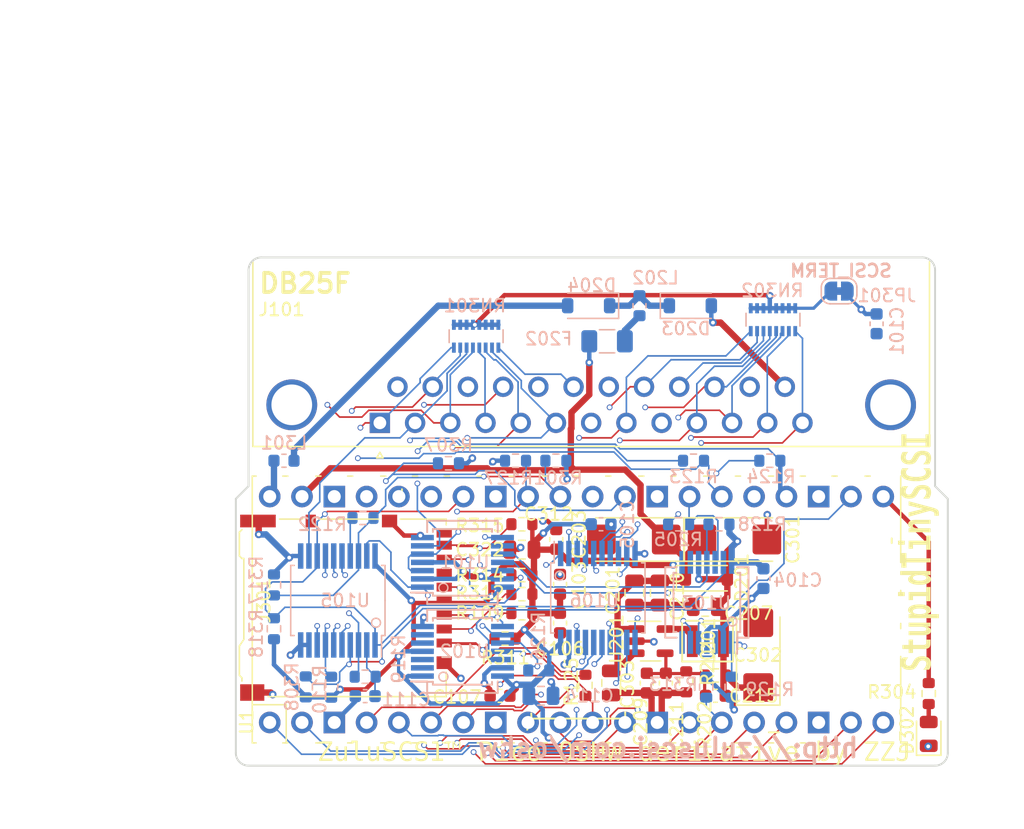
<source format=kicad_pcb>
(kicad_pcb (version 20221018) (generator pcbnew)
  (title_block (title "ZuluSCSI™ Pico OSHW") (date "2023-09-19") (rev "2023d"))
  (layers (0 "F.Cu" signal "Top") (1 "In1.Cu" signal) (2 "In2.Cu" signal) (31 "B.Cu" signal "Bottom") (35 "F.Paste" user) (36 "B.SilkS" user "B.Silkscreen") (37 "F.SilkS" user "F.Silkscreen") (38 "B.Mask" user) (39 "F.Mask" user) (44 "Edge.Cuts" user))
  (property "Brand" "ZuluSCSI™")
  (property "Copyright" "©2023 Rabbit Hole Computing LLC")
  (property "License" "Licensed under CERN Open Hardware License Strongly Reciprocal Version 2")
  (property "LicenseURL" "https://spdx.org/licenses/CERN-OHL-S-2.0.html")
  (property "Model" "Pico OSHW")
  (property "Url" "http://zuluscsi.com/oshw")
  (net 0 "")
  (net 1 "GND")
  (net 2 "~{SCSI_DB0}")
  (net 3 "~{SCSI_DB1}")
  (net 4 "~{SCSI_DB2}")
  (net 5 "~{SCSI_DB3}")
  (net 6 "~{SCSI_DB4}")
  (net 7 "~{SCSI_DB5}")
  (net 8 "~{SCSI_DB6}")
  (net 9 "~{SCSI_DB7}")
  (net 10 "~{SCSI_DBP}")
  (net 11 "Net-(U201-FB)")
  (net 12 "TERMPWR_5V")
  (net 13 "~{SCSI_ATN}")
  (net 14 "~{SCSI_BSY}")
  (net 15 "~{SCSI_ACK}")
  (net 16 "~{SCSI_RST}")
  (net 17 "~{SCSI_MSG}")
  (net 18 "~{SCSI_SEL}")
  (net 19 "~{SCSI_REQ}")
  (net 20 "+5V")
  (net 23 "~{OUT_BSY}")
  (net 24 "~{OUT_RST}")
  (net 25 "~{OUT_SEL}")
  (net 26 "+3V0")
  (net 27 "USB_VCC")
  (net 28 "Net-(D302-A)")
  (net 29 "~{RC_ACK}")
  (net 30 "Net-(U201-SW)")
  (net 31 "Net-(F202-Pad1)")
  (net 32 "~{SCSI_IO}")
  (net 33 "~{SCSI_CD}")
  (net 34 "/power/5V_IN")
  (net 35 "/cpu/SDIO_D1")
  (net 36 "/cpu/SDIO_D0")
  (net 37 "/cpu/SDIO_CLK")
  (net 38 "/cpu/SDIO_CMD")
  (net 39 "/cpu/SDIO_D3")
  (net 40 "/cpu/SDIO_D2")
  (net 41 "Net-(U105-B1)")
  (net 42 "/cpu/GPIO_RST")
  (net 43 "~{GPIO_IO}")
  (net 44 "~{GPIO_ACK}")
  (net 45 "/cpu/LED_SWO")
  (net 46 "Net-(R124-Pad2)")
  (net 47 "~{GPIO_DBP}")
  (net 48 "Net-(R125-Pad1)")
  (net 49 "~{DBGLOG}")
  (net 51 "~{IN_RST}")
  (net 52 "~{GPIO_DB0}")
  (net 53 "~{GPIO_DB1}")
  (net 54 "~{GPIO_DB2}")
  (net 55 "~{GPIO_DB3}")
  (net 56 "~{GPIO_DB4}")
  (net 57 "~{GPIO_DB5}")
  (net 58 "~{GPIO_DB6}")
  (net 59 "~{GPIO_DB7}")
  (net 63 "~{GPIO_MSG_BSY}")
  (net 64 "~{GPIO_CD_SEL}")
  (net 66 "~{GPIO_ATN}")
  (net 67 "~{DATA_DIR}")
  (net 68 "Net-(R123-Pad2)")
  (net 69 "/cpu/VBUS")
  (net 70 "Net-(JP301-B)")
  (footprint "ZuluSCSI:Inductor_1008" (layer "F.Cu") (at 145.125 65.2)
    (fp_text reference "L201")
    (fp_text value "2.2uH")
  )
  (footprint "Resistor_SMD:R_0603_1608Metric" (layer "F.Cu") (at 145.725 67.9 180)
    (fp_text reference "R201")
    (fp_text value "510k")
  )
  (footprint "Resistor_SMD:R_0603_1608Metric" (layer "F.Cu") (at 162.5 69.325 90)
    (fp_text reference "R304")
    (fp_text value "62")
  )
  (footprint "Resistor_SMD:R_0603_1608Metric" (layer "F.Cu") (at 130.5 63)
    (fp_text reference "R109")
    (fp_text value "110")
  )
  (footprint "Capacitor_SMD:C_0603_1608Metric" (layer "F.Cu") (at 133.2 57.19 -90)
    (fp_text reference "C312")
    (fp_text value "100nF")
  )
  (footprint "Capacitor_SMD:C_0805_2012Metric" (layer "F.Cu") (at 130.5 58)
    (fp_text reference "C322")
    (fp_text value "10uF")
  )
  (footprint "Capacitor_SMD:C_0805_2012Metric" (layer "F.Cu") (at 141.3475 61.405 -90)
    (fp_text reference "C210")
    (fp_text value "10uF")
  )
  (footprint "Resistor_SMD:R_0603_1608Metric" (layer "F.Cu") (at 143.425 68.4 -90)
    (fp_text reference "R202")
    (fp_text value "100k")
  )
  (footprint "LED_SMD:LED_0805_2012Metric" (layer "F.Cu") (at 162.5 72.5 90)
    (fp_text reference "D302")
    (fp_text value "LED")
  )
  (footprint "Capacitor_SMD:C_0603_1608Metric" (layer "F.Cu") (at 145.725 69.5 180)
    (fp_text reference "C215")
    (fp_text value "12pF")
  )
  (footprint "Capacitor_SMD:C_0805_2012Metric" (layer "F.Cu") (at 144.925 62.5 180)
    (fp_text reference "C207")
    (fp_text value "10uF")
  )
  (footprint "Capacitor_SMD:C_0603_1608Metric" (layer "F.Cu") (at 140.325 68.5 -90)
    (fp_text reference "C209")
    (fp_text value "12pF")
  )
  (footprint "Capacitor_SMD:C_0603_1608Metric" (layer "F.Cu") (at 141.825 68.5 -90)
    (fp_text reference "C211")
    (fp_text value "12pF")
  )
  (footprint "Package_TO_SOT_SMD:TSOT-23-5" (layer "F.Cu") (at 140.625 65.2)
    (fp_text reference "U201")
    (fp_text value "LM3674-ADJ")
  )
  (footprint "Capacitor_SMD:C_0805_2012Metric" (layer "F.Cu") (at 139.3475 61.405 -90)
    (fp_text reference "C201")
    (fp_text value "10uF")
  )
  (footprint "Diode_SMD:D_SOD-123" (layer "F.Cu") (at 145.01 60.25)
    (fp_text reference "D201")
    (fp_text value "D_Schottky")
  )
  (footprint "Capacitor_SMD:C_0603_1608Metric" (layer "F.Cu") (at 133.5 63.775 90)
    (fp_text reference "C106")
    (fp_text value "100nF")
  )
  (footprint "Capacitor_SMD:C_0603_1608Metric" (layer "F.Cu") (at 133.5 60.725 90)
    (fp_text reference "C103")
    (fp_text value "100nF")
  )
  (footprint "Resistor_SMD:R_0603_1608Metric" (layer "F.Cu") (at 129.175 65)
    (fp_text reference "R311")
    (fp_text value "4k7")
  )
  (footprint "Resistor_SMD:R_0603_1608Metric" (layer "F.Cu") (at 130.5 61.5)
    (fp_text reference "R312")
    (fp_text value "4k7")
  )
  (footprint "Resistor_SMD:R_0603_1608Metric" (layer "F.Cu") (at 130.5 56)
    (fp_text reference "R315")
    (fp_text value "4k7")
  )
  (footprint "Capacitor_SMD:C_0603_1608Metric" (layer "F.Cu") (at 128.775 69.5)
    (fp_text reference "C107")
    (fp_text value "100nF")
  )
  (footprint "Resistor_SMD:R_0603_1608Metric" (layer "F.Cu") (at 130.5 60)
    (fp_text reference "R314")
    (fp_text value "4k7")
  )
  (footprint "Resistor_SMD:R_0603_1608Metric" (layer "F.Cu") (at 135.5 68.675 -90)
    (fp_text reference "R125")
    (fp_text value "1k")
  )
  (footprint "Connector_Dsub:DSUB-25_Female_Horizontal_P2.77x2.84mm_EdgePinOffset9.90mm_Housed_MountingHolesOffset11.32mm" (layer "F.Cu") (at 119.33 48.02 180)
    (fp_text reference "J101")
    (fp_text value "DB25_Female_MountingHoles")
  )
  (footprint "Capacitor_SMD:C_0805_2012Metric" (layer "F.Cu") (at 137.52 68.49 -90)
    (fp_text reference "C303")
    (fp_text value "10uF")
  )
  (footprint "Capacitor_Tantalum_SMD:CP_EIA-6032-15_Kemet-U_Pad2.25x2.35mm_HandSolder" (layer "F.Cu") (at 147.22 57.2)
    (fp_text reference "C301")
    (fp_text value "220uF")
  )
  (footprint "Capacitor_Tantalum_SMD:CP_EIA-6032-15_Kemet-U_Pad2.25x2.35mm_HandSolder" (layer "F.Cu") (at 149.09 66.3 90)
    (fp_text reference "C302")
    (fp_text value "220uF")
  )
  (footprint "Capacitor_Tantalum_SMD:CP_EIA-6032-15_Kemet-U_Pad2.25x2.35mm_HandSolder" (layer "F.Cu") (at 139.3 57.2 180)
    (fp_text reference "C203")
    (fp_text value "220uF")
  )
  (footprint "Connector_Card:microSD_HC_Hirose_DM3AT-SF-PEJM5" (layer "F.Cu") (at 116.665 62.57 -90)
    (fp_text reference "J301")
    (fp_text value "Micro_SD_Card_Det_Hirose_DM3AT")
  )
  (footprint "MCU_RaspberryPi_and_Boards:RPi_Pico_WH_headers" (layer "F.Cu") (at 134.795 62.71 90)
    (fp_text reference "U1")
    (fp_text value "Pico W")
  )
  (footprint "Diode_SMD:D_SOD-123" (layer "B.Cu") (at 143.75 38.8)
    (fp_text reference "D203")
    (fp_text value "D_Schottky")
  )
  (footprint "Diode_SMD:D_SOD-123" (layer "B.Cu") (at 135.75 38.8 180)
    (fp_text reference "D204")
    (fp_text value "D_Schottky")
  )
  (footprint "Capacitor_SMD:C_0603_1608Metric" (layer "B.Cu") (at 149.5 60.275 -90)
    (fp_text reference "C104")
    (fp_text value "100nF")
  )
  (footprint "Capacitor_SMD:C_0603_1608Metric" (layer "B.Cu") (at 136.725 56)
    (fp_text reference "C105")
    (fp_text value "100nF")
  )
  (footprint "Resistor_SMD:R_0603_1608Metric" (layer "B.Cu") (at 115.5 68.825 -90)
    (fp_text reference "R110")
    (fp_text value "110")
  )
  (footprint "Capacitor_SMD:C_0805_2012Metric" (layer "B.Cu") (at 132 69.5)
    (fp_text reference "C114")
    (fp_text value "10uF")
  )
  (footprint "Resistor_SMD:R_0603_1608Metric" (layer "B.Cu") (at 118.175 68)
    (fp_text reference "R119")
    (fp_text value "110")
  )
  (footprint "Inductor_SMD:L_0603_1608Metric" (layer "B.Cu") (at 139.75 38.8 90)
    (fp_text reference "L202")
    (fp_text value "Ferrite_Bead_Small")
  )
  (footprint "Inductor_SMD:L_0603_1608Metric" (layer "B.Cu") (at 111.7875 51)
    (fp_text reference "L301")
    (fp_text value "Ferrite_Bead_Small")
  )
  (footprint "Capacitor_SMD:C_0603_1608Metric" (layer "B.Cu") (at 118.172913 69.527152 180)
    (fp_text reference "C111")
    (fp_text value "12pF")
  )
  (footprint "Resistor_SMD:R_0603_1608Metric" (layer "B.Cu") (at 145 68.825 90)
    (fp_text reference "R313")
    (fp_text value "4k7")
  )
  (footprint "Resistor_SMD:R_0603_1608Metric" (layer "B.Cu") (at 144 51 180)
    (fp_text reference "R123")
    (fp_text value "1k")
  )
  (footprint "Resistor_SMD:R_0603_1608Metric" (layer "B.Cu") (at 118 55.5)
    (fp_text reference "R122")
    (fp_text value "1k")
  )
  (footprint "Resistor_SMD:R_0603_1608Metric" (layer "B.Cu") (at 150 51 180)
    (fp_text reference "R124")
    (fp_text value "1k")
  )
  (footprint "Resistor_SMD:R_0603_1608Metric" (layer "B.Cu") (at 131.825 67.5 180)
    (fp_text reference "R126")
    (fp_text value "4k7")
  )
  (footprint "Resistor_SMD:R_0603_1608Metric" (layer "B.Cu") (at 130 51)
    (fp_text reference "R127")
    (fp_text value "4k7")
  )
  (footprint "Resistor_SMD:R_0603_1608Metric" (layer "B.Cu") (at 146 56 180)
    (fp_text reference "R128")
    (fp_text value "4k7")
  )
  (footprint "Resistor_SMD:R_0603_1608Metric" (layer "B.Cu") (at 147 68.825 90)
    (fp_text reference "R129")
    (fp_text value "4k7")
  )
  (footprint "ZuluSCSI:SSOP_TSSOP-14_4.4x5mm_Pitch0.65mm_PCBWay-MaskClearance0.22mm" (layer "B.Cu") (at 125.825 59)
    (fp_text reference "U101")
    (fp_text value "74LVT125")
  )
  (footprint "ZuluSCSI:SSOP_TSSOP-20_5.3x7.2mm_P0.65mm" (layer "B.Cu") (at 116.025 62 90)
    (fp_text reference "U105")
    (fp_text value "74LVT245")
  )
  (footprint "ZuluSCSI:SSOP_TSSOP-20_5.3x7.2mm_P0.65mm" (layer "B.Cu") (at 136.475 61.8 -90)
    (fp_text reference "U106")
    (fp_text value "74LVT245")
  )
  (footprint "Resistor_SMD:R_0603_1608Metric" (layer "B.Cu") (at 142.825 56)
    (fp_text reference "R205")
    (fp_text value "4k7")
  )
  (footprint "Resistor_SMD:R_0603_1608Metric" (layer "B.Cu") (at 111 60.775 90)
    (fp_text reference "R317")
    (fp_text value "1k")
  )
  (footprint "Resistor_SMD:R_0603_1608Metric" (layer "B.Cu") (at 113.5 68.8 90)
    (fp_text reference "R308")
    (fp_text value "4k7")
  )
  (footprint "Resistor_SMD:R_0603_1608Metric" (layer "B.Cu") (at 124.725 51.2 180)
    (fp_text reference "R307")
    (fp_text value "4k7")
  )
  (footprint "Fuse:Fuse_1206_3216Metric" (layer "B.Cu") (at 137.2 41.6 180)
    (fp_text reference "F202")
    (fp_text value "500mA Hold")
  )
  (footprint "ZuluSCSI:SSOP_TSSOP-14_4.4x5mm_Pitch0.65mm_PCBWay-MaskClearance0.22mm" (layer "B.Cu") (at 145.05 62.15 90)
    (fp_text reference "U103")
    (fp_text value "74LVT125")
  )
  (footprint "Resistor_SMD:R_Array_Convex_8x0602" (layer "B.Cu") (at 126.9 41.2 -90)
    (fp_text reference "RN301")
    (fp_text value "110")
  )
  (footprint "Resistor_SMD:R_0603_1608Metric" (layer "B.Cu") (at 111 64.225 90)
    (fp_text reference "R318")
    (fp_text value "4k7")
  )
  (footprint "Resistor_SMD:R_0603_1608Metric" (layer "B.Cu") (at 133.175 51)
    (fp_text reference "R301")
    (fp_text value "1k")
  )
  (footprint "Resistor_SMD:R_Array_Convex_8x0602" (layer "B.Cu") (at 150.25 39.9 90)
    (fp_text reference "RN302")
    (fp_text value "110")
  )
  (footprint "Jumper:SolderJumper-2_P1.3mm_Bridged_RoundedPad1.0x1.5mm" (layer "B.Cu") (at 155.45 37.65 180)
    (fp_text reference "JP301")
    (fp_text value "SCSI_TERM")
  )
  (footprint "ZuluSCSI:SSOP_TSSOP-14_4.4x5mm_Pitch0.65mm_PCBWay-MaskClearance0.22mm" (layer "B.Cu") (at 125.825 66)
    (fp_text reference "U102")
    (fp_text value "74LVT125")
  )
  (footprint "Capacitor_SMD:C_0603_1608Metric" (layer "B.Cu") (at 158.4 40.225 -90)
    (fp_text reference "C101")
    (fp_text value "100nF")
  )
  (gr_line (start 138.625 71.295) (end 138.625 70.795) (stroke (width 0.15)) (layer "F.SilkS"))
  (gr_line (start 150.705 72.375) (end 149.925 72.375) (stroke (width 0.15)) (layer "F.SilkS"))
  (gr_line (start 130.915 72.175) (end 131.255 71.295) (stroke (width 0.15)) (layer "F.SilkS"))
  (gr_line (start 131.255 71.295) (end 138.625 71.295) (stroke (width 0.15)) (layer "F.SilkS"))
  (gr_line (start 121.065 53.245) (end 121.065 53.645) (stroke (width 0.15)) (layer "F.SilkS"))
  (gr_line (start 131.255 71.295) (end 131.235 70.895) (stroke (width 0.15)) (layer "F.SilkS"))
  (gr_line (start 159.588629 57.475) (end 159.588629 57.115) (stroke (width 0.15)) (layer "F.SilkS"))
  (gr_arc (start 161.999999 35.000001) (mid 162.707106 35.292894) (end 162.999999 36.000001) (stroke (width 0.15)) (layer "Edge.Cuts"))
  (gr_line (start 108 54) (end 108 74) (stroke (width 0.15)) (layer "Edge.Cuts"))
  (gr_line (start 163 53) (end 162.999999 36.000001) (stroke (width 0.15)) (layer "Edge.Cuts"))
  (gr_line (start 108 54) (end 109 53) (stroke (width 0.15)) (layer "Edge.Cuts"))
  (gr_arc (start 109.000001 36.000001) (mid 109.292894 35.292894) (end 110.000001 35.000001) (stroke (width 0.15)) (layer "Edge.Cuts"))
  (gr_line (start 164 74) (end 164 54) (stroke (width 0.15)) (layer "Edge.Cuts"))
  (gr_arc (start 109 75) (mid 108.292893 74.707107) (end 108 74) (stroke (width 0.15)) (layer "Edge.Cuts"))
  (gr_line (start 109 53) (end 109.000001 36.000001) (stroke (width 0.15)) (layer "Edge.Cuts"))
  (gr_line (start 110 35) (end 162 35.000001) (stroke (width 0.15)) (layer "Edge.Cuts"))
  (gr_line (start 164 54) (end 163 53) (stroke (width 0.15)) (layer "Edge.Cuts"))
  (gr_line (start 163 75) (end 109 75) (stroke (width 0.15)) (layer "Edge.Cuts"))
  (gr_arc (start 163.999999 73.999999) (mid 163.707106 74.707106) (end 162.999999 74.999999) (stroke (width 0.15)) (layer "Edge.Cuts"))
  (gr_text "${Url}" (at 142 73.6) (layer "B.SilkS") (effects (font (size 1.5 1.5) (thickness 0.3)) (justify mirror)))
  (gr_text "StupidTinySCSI\n\n" (at 163.6 67.6 90) (layer "F.SilkS") (effects (font (size 2.25 1.6) (thickness 0.3) bold) (justify left)))
  (gr_text "DB25F" (at 113.45 37.04) (layer "F.SilkS") (effects (font (size 1.5 1.5) (thickness 0.3))))
  (gr_text "${Brand} Pico OSHW derivative by ZZJ" (at 114.4 74) (layer "F.SilkS") (effects (font (size 1.5 1.5) (thickness 0.3)) (justify left)))
  (segment (start 139.315 65.2) (end 140.83 65.2) (width 0.25) (layer "F.Cu") (net 1))
  (segment (start 140.325 69.275) (end 141.825 69.275) (width 0.5) (layer "F.Cu") (net 1))
  (segment (start 149.77 57.2) (end 149.77 55.28) (width 0.35) (layer "F.Cu") (net 1))
  (segment (start 140.325 69.275) (end 137.685 69.275) (width 0.5) (layer "F.Cu") (net 1))
  (segment (start 141.3475 62.355) (end 143.83 62.355) (width 0.5) (layer "F.Cu") (net 1))
  (segment (start 149.77 55.28) (end 149.8 55.25) (width 0.35) (layer "F.Cu") (net 1))
  (segment (start 141.825 69.275) (end 141.5 69.6) (width 0.5) (layer "F.Cu") (net 1))
  (segment (start 125.625 68.13) (end 124.39 66.895) (width 0.35) (layer "F.Cu") (net 1))
  (segment (start 139.3475 62.355) (end 141.3475 62.355) (width 0.5) (layer "F.Cu") (net 1))
  (segment (start 120.09 55.745) (end 121.235 56.89) (width 0.35) (layer "F.Cu") (net 1))
  (segment (start 121.235 56.89) (end 122.515 56.89) (width 0.35) (layer "F.Cu") (net 1))
  (segment (start 128 69.5) (end 128 68.97) (width 0.35) (layer "F.Cu") (net 1))
  (segment (start 128 68.97) (end 127.55 68.52) (width 0.35) (layer "F.Cu") (net 1))
  (segment (start 141.5 69.6) (end 141.5 71.245) (width 0.5) (layer "F.Cu") (net 1))
  (segment (start 141.825 69.275) (end 143.375 69.275) (width 0.5) (layer "F.Cu") (net 1))
  (segment (start 125.7 68.13) (end 125.625 68.13) (width 0.35) (layer "F.Cu") (net 1))
  (segment (start 126.3 60.1) (end 125.9 59.7) (width 0.5) (layer "F.Cu") (net 1))
  (segment (start 130.23 58) (end 130.4 57.83) (width 0.35) (layer "F.Cu") (net 1))
  (segment (start 140.325 69.275) (end 140.7 69.65) (width 0.5) (layer "F.Cu") (net 1))
  (segment (start 110.744978 69.245) (end 110.899978 69.4) (width 0.5) (layer "F.Cu") (net 1))
  (segment (start 140.7 69.65) (end 140.7 71.155) (width 0.5) (layer "F.Cu") (net 1))
  (segment (start 132.528265 55.743265) (end 133.2 56.415) (width 0.35) (layer "F.Cu") (net 1))
  (segment (start 127.3 60.1) (end 126.3 60.1) (width 0.5) (layer "F.Cu") (net 1))
  (segment (start 129.275 58) (end 130.23 58) (width 0.35) (layer "F.Cu") (net 1))
  (segment (start 140.83 65.2) (end 140.88 65.25) (width 0.25) (layer "F.Cu") (net 1))
  (segment (start 109.29 69.245) (end 110.744978 69.245) (width 0.5) (layer "F.Cu") (net 1))
  (segment (start 109.800002 55.805002) (end 109.800002 56.8) (width 0.5) (layer "F.Cu") (net 1))
  (segment (start 132.1515 55.743265) (end 132.528265 55.743265) (width 0.35) (layer "F.Cu") (net 1))
  (segment (start 136.75 56.777) (end 137.527 56) (width 0.35) (layer "F.Cu") (net 1))
  (segment (start 140.425 69.15) (end 143.35 69.15) (width 0.25) (layer "F.Cu") (net 1))
  (via (at 137.527 56) (size 0.6) (drill 0.3) (layers "F.Cu" "B.Cu") (net 1))
  (via (at 127.55 68.52) (size 0.6) (drill 0.3) (layers "F.Cu" "B.Cu") (net 1))
  (via (at 140.15 58.32) (size 0.6) (drill 0.3) (layers "F.Cu" "B.Cu") (net 1))
  (via (at 149.8 55.25) (size 0.6) (drill 0.3) (layers "F.Cu" "B.Cu") (net 1))
  (via (at 162.46 73.48) (size 0.6) (drill 0.3) (layers "F.Cu" "B.Cu") (net 1))
  (via (at 130.4 57.83) (size 0.6) (drill 0.3) (layers "F.Cu" "B.Cu") (net 1))
  (via (at 122.515 56.89) (size 0.6) (drill 0.3) (layers "F.Cu" "B.Cu") (net 1))
  (via (at 112.2 58.63) (size 0.6) (drill 0.3) (layers "F.Cu" "B.Cu") (net 1))
  (via (at 112.3 66.3) (size 0.6) (drill 0.3) (layers "F.Cu" "B.Cu") (net 1))
  (via (at 127.3 60.1) (size 0.6) (drill 0.3) (layers "F.Cu" "B.Cu") (net 1))
  (via (at 125.9 59.7) (size 0.6) (drill 0.3) (layers "F.Cu" "B.Cu") (net 1))
  (via (at 125.7 68.13) (size 0.6) (drill 0.3) (layers "F.Cu" "B.Cu") (net 1))
  (via (at 109.800002 56.8) (size 0.6) (drill 0.3) (layers "F.Cu" "B.Cu") (net 1))
  (via (at 122.79 63.33) (size 0.6) (drill 0.3) (layers "F.Cu" "B.Cu") (net 1))
  (via (at 132.8 68.4015) (size 0.6) (drill 0.3) (layers "F.Cu" "B.Cu") (net 1))
  (via (at 133.83 67.05) (size 0.6) (drill 0.3) (layers "F.Cu" "B.Cu") (net 1))
  (via (at 148.58 61.84) (size 0.6) (drill 0.3) (layers "F.Cu" "B.Cu") (net 1))
  (via (at 140.88 65.25) (size 0.6) (drill 0.3) (layers "F.Cu" "B.Cu") (net 1))
  (via (at 110.899978 69.4) (size 0.6) (drill 0.3) (layers "F.Cu" "B.Cu") (net 1))
  (via (at 134.06 52.439998) (size 0.6) (drill 0.3) (layers "F.Cu" "B.Cu") (net 1))
  (via (at 126.6 50.7995) (size 0.6) (drill 0.3) (layers "F.Cu" "B.Cu") (net 1))
  (via (at 133.496378 59.9265) (size 0.6) (drill 0.3) (layers "F.Cu" "B.Cu") (net 1))
  (via (at 132.1515 55.743265) (size 0.6) (drill 0.3) (layers "F.Cu" "B.Cu") (net 1))
  (segment (start 132.95 69.5) (end 132.95 68.5515) (width 0.35) (layer "B.Cu") (net 1))
  (segment (start 126.6 50.7995) (end 126.1995 51.2) (width 0.35) (layer "B.Cu") (net 1))
  (segment (start 122.675 59) (end 125.2 59) (width 0.35) (layer "B.Cu") (net 1))
  (segment (start 132.95 68.5515) (end 132.8 68.4015) (width 0.35) (layer "B.Cu") (net 1))
  (segment (start 112.45 58.5) (end 112.32 58.63) (width 0.35) (layer "B.Cu") (net 1))
  (segment (start 140.13 58.3) (end 140.15 58.32) (width 0.35) (layer "B.Cu") (net 1))
  (segment (start 148.58 61.87) (end 148.58 61.84) (width 0.35) (layer "B.Cu") (net 1))
  (segment (start 117.397913 69.527152) (end 117.397913 69.947087) (width 0.35) (layer "B.Cu") (net 1))
  (segment (start 122.675 63.445) (end 122.79 63.33) (width 0.35) (layer "B.Cu") (net 1))
  (segment (start 128.975 67.3) (end 128.075 67.3) (width 0.35) (layer "B.Cu") (net 1))
  (segment (start 134.2 66.68) (end 133.83 67.05) (width 0.35) (layer "B.Cu") (net 1))
  (segment (start 145.05 64.4) (end 145.352 64.098) (width 0.35) (layer "B.Cu") (net 1))
  (segment (start 146.35 64.1) (end 148.58 61.87) (width 0.35) (layer "B.Cu") (net 1))
  (segment (start 128.975 60.3) (end 127.5 60.3) (width 0.35) (layer "B.Cu") (net 1))
  (segment (start 113.75 65.5) (end 113.1 65.5) (width 0.35) (layer "B.Cu") (net 1))
  (segment (start 146.35 65.3) (end 146.35 64.4) (width 0.35) (layer "B.Cu") (net 1))
  (segment (start 146.048 64.098) (end 146.35 64.4) (width 0.35) (layer "B.Cu") (net 1))
  (segment (start 127.55 67.825) (end 127.55 68.52) (width 0.35) (layer "B.Cu") (net 1))
  (segment (start 134 51) (end 134 52.379998) (width 0.35) (layer "B.Cu") (net 1))
  (segment (start 112.2 58.63) (end 110.37 56.8) (width 0.5) (layer "B.Cu") (net 1))
  (segment (start 134.2 65.3) (end 134.2 66.68) (width 0.35) (layer "B.Cu") (net 1))
  (segment (start 113.1 65.5) (end 112.3 66.3) (width 0.35) (layer "B.Cu") (net 1))
  (segment (start 126.1995 51.2) (end 125.55 51.2) (width 0.35) (layer "B.Cu") (net 1))
  (segment (start 117.397913 69.947087) (end 115.745 71.6) (width 0.35) (layer "B.Cu") (net 1))
  (segment (start 125.2 59) (end 125.9 59.7) (width 0.35) (layer "B.Cu") (net 1))
  (segment (start 122.675 60.3) (end 125.3 60.3) (width 0.35) (layer "B.Cu") (net 1))
  (segment (start 146.35 64.4) (end 146.35 64.1) (width 0.35) (layer "B.Cu") (net 1))
  (segment (start 149.37 61.05) (end 148.58 61.84) (width 0.35) (layer "B.Cu") (net 1))
  (segment (start 145.05 65.3) (end 145.05 64.4) (width 0.35) (layer "B.Cu") (net 1))
  (segment (start 127.5 60.3) (end 127.3 60.1) (width 0.35) (layer "B.Cu") (net 1))
  (segment (start 122.675 64.05) (end 122.675 63.445) (width 0.35) (layer "B.Cu") (net 1))
  (segment (start 125.3 60.3) (end 125.9 59.7) (width 0.35) (layer "B.Cu") (net 1))
  (segment (start 122.515 56.89) (end 122.675 57.05) (width 0.35) (layer "B.Cu") (net 1))
  (segment (start 134 52.379998) (end 134.06 52.439998) (width 0.35) (layer "B.Cu") (net 1))
  (segment (start 112.32 58.63) (end 112.2 58.63) (width 0.35) (layer "B.Cu") (net 1))
  (segment (start 111 59.83) (end 112.2 58.63) (width 0.35) (layer "B.Cu") (net 1))
  (segment (start 113.1 58.5) (end 112.45 58.5) (width 0.35) (layer "B.Cu") (net 1))
  (segment (start 110.37 56.8) (end 109.800002 56.8) (width 0.5) (layer "B.Cu") (net 1))
  (segment (start 139.4 58.3) (end 140.13 58.3) (width 0.35) (layer "B.Cu") (net 1))
  (segment (start 128.075 67.3) (end 127.55 67.825) (width 0.35) (layer "B.Cu") (net 1))
  (segment (start 145.352 64.098) (end 146.048 64.098) (width 0.35) (layer "B.Cu") (net 1))
  (segment (start 138.72 48.02) (end 137.54 49.2) (width 0.127) (layer "F.Cu") (net 2))
  (segment (start 137.54 49.2) (end 135.00002 49.2) (width 0.127) (layer "F.Cu") (net 2))
  (via (at 135.00002 49.2) (size 0.45) (drill 0.3) (layers "F.Cu" "B.Cu") (net 2))
  (via (at 134.2 56.6) (size 0.45) (drill 0.3) (layers "F.Cu" "B.Cu") (net 2))
  (segment (start 138.72 44.44) (end 138.72 48.02) (width 0.127) (layer "B.Cu") (net 2))
  (segment (start 134.2 58.3) (end 134.2 56.6) (width 0.127) (layer "B.Cu") (net 2))
  (segment (start 148.5 40.8) (end 146.55 42.75) (width 0.127) (layer "B.Cu") (net 2))
  (segment (start 146.55 42.75) (end 140.41 42.75) (width 0.127) (layer "B.Cu") (net 2))
  (segment (start 140.41 42.75) (end 138.72 44.44) (width 0.127) (layer "B.Cu") (net 2))
  (segment (start 137.4 46.8) (end 139.02 45.18) (width 0.127) (layer "F.Cu") (net 3))
  (segment (start 139.02 45.18) (end 140.105 45.18) (width 0.127) (layer "F.Cu") (net 3))
  (via (at 137.4 46.8) (size 0.45) (drill 0.3) (layers "F.Cu" "B.Cu") (net 3))
  (via (at 135 56.8) (size 0.45) (drill 0.3) (layers "F.Cu" "B.Cu") (net 3))
  (segment (start 134.85 56.95) (end 135 56.8) (width 0.127) (layer "B.Cu") (net 3))
  (segment (start 134.85 58.3) (end 134.85 56.95) (width 0.127) (layer "B.Cu") (net 3))
  (segment (start 142.231 43.054) (end 147.63916 43.054) (width 0.127) (layer "B.Cu") (net 3))
  (segment (start 140.105 45.18) (end 142.231 43.054) (width 0.127) (layer "B.Cu") (net 3))
  (segment (start 147.63916 43.054) (end 149 41.69316) (width 0.127) (layer "B.Cu") (net 3))
  (segment (start 149 41.69316) (end 149 40.8) (width 0.127) (layer "B.Cu") (net 3))
  (via (at 135.4 59.6) (size 0.45) (drill 0.3) (layers "F.Cu" "B.Cu") (net 4))
  (segment (start 144.747 43.308) (end 147.74437 43.308) (width 0.127) (layer "B.Cu") (net 4))
  (segment (start 147.74437 43.308) (end 149.5 41.55237) (width 0.127) (layer "B.Cu") (net 4))
  (segment (start 142.875 45.18) (end 144.747 43.308) (width 0.127) (layer "B.Cu") (net 4))
  (segment (start 135.5 59.5) (end 135.4 59.6) (width 0.127) (layer "B.Cu") (net 4))
  (segment (start 135.5 58.3) (end 135.5 59.5) (width 0.127) (layer "B.Cu") (net 4))
  (segment (start 149.5 41.55237) (end 149.5 40.8) (width 0.127) (layer "B.Cu") (net 4))
  (segment (start 144.26 48.02) (end 142.88 49.4) (width 0.127) (layer "F.Cu") (net 5))
  (segment (start 142.88 49.4) (end 138.2 49.4) (width 0.127) (layer "F.Cu") (net 5))
  (via (at 138.2 49.4) (size 0.45) (drill 0.3) (layers "F.Cu" "B.Cu") (net 5))
  (via (at 136.35 59.66) (size 0.45) (drill 0.3) (layers "F.Cu" "B.Cu") (net 5))
  (segment (start 136.15 59.46) (end 136.35 59.66) (width 0.127) (layer "B.Cu") (net 5))
  (segment (start 150 41.41158) (end 150 40.8) (width 0.127) (layer "B.Cu") (net 5))
  (segment (start 145.648 43.562) (end 147.84958 43.562) (width 0.127) (layer "B.Cu") (net 5))
  (segment (start 136.15 58.3) (end 136.15 59.46) (width 0.127) (layer "B.Cu") (net 5))
  (segment (start 147.84958 43.562) (end 150 41.41158) (width 0.127) (layer "B.Cu") (net 5))
  (segment (start 144.26 44.95) (end 145.648 43.562) (width 0.127) (layer "B.Cu") (net 5))
  (segment (start 144.26 48.02) (end 144.26 44.95) (width 0.127) (layer "B.Cu") (net 5))
  (segment (start 143.225 46.8) (end 140.19999 46.8) (width 0.127) (layer "F.Cu") (net 6))
  (segment (start 144.845 45.18) (end 143.225 46.8) (width 0.127) (layer "F.Cu") (net 6))
  (segment (start 145.645 45.18) (end 144.845 45.18) (width 0.127) (layer "F.Cu") (net 6))
  (via (at 140.19999 46.8) (size 0.45) (drill 0.3) (layers "F.Cu" "B.Cu") (net 6))
  (via (at 138.4 55.8) (size 0.45) (drill 0.3) (layers "F.Cu" "B.Cu") (net 6))
  (segment (start 136.8 58.3) (end 136.8 57.3) (width 0.127) (layer "B.Cu") (net 6))
  (segment (start 137.897106 56.6655) (end 138.4 56.162606) (width 0.127) (layer "B.Cu") (net 6))
  (segment (start 138.4 56.162606) (end 138.4 55.8) (width 0.127) (layer "B.Cu") (net 6))
  (segment (start 146.59079 45.18) (end 150.5 41.27079) (width 0.127) (layer "B.Cu") (net 6))
  (segment (start 145.645 45.18) (end 146.59079 45.18) (width 0.127) (layer "B.Cu") (net 6))
  (segment (start 150.5 41.27079) (end 150.5 40.8) (width 0.127) (layer "B.Cu") (net 6))
  (segment (start 137.4345 56.6655) (end 137.897106 56.6655) (width 0.127) (layer "B.Cu") (net 6))
  (segment (start 136.8 57.3) (end 137.4345 56.6655) (width 0.127) (layer "B.Cu") (net 6))
  (segment (start 142.8 47.6) (end 143.3705 47.0295) (width 0.127) (layer "F.Cu") (net 7))
  (segment (start 143.3705 47.0295) (end 146.0395 47.0295) (width 0.127) (layer "F.Cu") (net 7))
  (segment (start 146.0395 47.0295) (end 147.03 48.02) (width 0.127) (layer "F.Cu") (net 7))
  (via (at 142.8 47.6) (size 0.45) (drill 0.3) (layers "F.Cu" "B.Cu") (net 7))
  (via (at 138.8 56.6) (size 0.45) (drill 0.3) (layers "F.Cu" "B.Cu") (net 7))
  (segment (start 150.754 41.376) (end 150.754 41.365408) (width 0.127) (layer "B.Cu") (net 7))
  (segment (start 150.8405 40.9995) (end 151 40.84) (width 0.127) (layer "B.Cu") (net 7))
  (segment (start 137.75 57) (end 138.206382 57) (width 0.127) (layer "B.Cu") (net 7))
  (segment (start 147.03 48.02) (end 147.03 45.1) (width 0.127) (layer "B.Cu") (net 7))
  (segment (start 138.206382 57) (end 138.606382 56.6) (width 0.127) (layer "B.Cu") (net 7))
  (segment (start 137.45 57.3) (end 137.75 57) (width 0.127) (layer "B.Cu") (net 7))
  (segment (start 147.03 45.1) (end 150.754 41.376) (width 0.127) (layer "B.Cu") (net 7))
  (segment (start 150.8405 41.278908) (end 150.8405 40.9995) (width 0.127) (layer "B.Cu") (net 7))
  (segment (start 138.606382 56.6) (end 138.8 56.6) (width 0.127) (layer "B.Cu") (net 7))
  (segment (start 150.754 41.365408) (end 150.8405 41.278908) (width 0.127) (layer "B.Cu") (net 7))
  (segment (start 137.45 58.3) (end 137.45 57.3) (width 0.127) (layer "B.Cu") (net 7))
  (segment (start 143.8 49.2) (end 143.8635 49.1365) (width 0.127) (layer "F.Cu") (net 8))
  (segment (start 143.8635 49.1365) (end 148.6835 49.1365) (width 0.127) (layer "F.Cu") (net 8))
  (segment (start 148.6835 49.1365) (end 149.8 48.02) (width 0.127) (layer "F.Cu") (net 8))
  (via (at 143.8 49.2) (size 0.45) (drill 0.3) (layers "F.Cu" "B.Cu") (net 8))
  (via (at 139.6 56) (size 0.45) (drill 0.3) (layers "F.Cu" "B.Cu") (net 8))
  (segment (start 149.8 42.819408) (end 151.5 41.119408) (width 0.127) (layer "B.Cu") (net 8))
  (segment (start 138.1 57.465592) (end 138.502092 57.0635) (width 0.127) (layer "B.Cu") (net 8))
  (segment (start 138.502092 57.0635) (end 138.991988 57.0635) (width 0.127) (layer "B.Cu") (net 8))
  (segment (start 139.6 56.455488) (end 139.6 56) (width 0.127) (layer "B.Cu") (net 8))
  (segment (start 138.991988 57.0635) (end 139.6 56.455488) (width 0.127) (layer "B.Cu") (net 8))
  (segment (start 149.8 48.02) (end 149.8 42.819408) (width 0.127) (layer "B.Cu") (net 8))
  (segment (start 150.99 49.6) (end 152.57 48.02) (width 0.127) (layer "F.Cu") (net 9))
  (segment (start 144.6 49.6) (end 150.99 49.6) (width 0.127) (layer "F.Cu") (net 9))
  (via (at 138.2 59.93) (size 0.45) (drill 0.3) (layers "F.Cu" "B.Cu") (net 9))
  (via (at 144.6 49.6) (size 0.45) (drill 0.3) (layers "F.Cu" "B.Cu") (net 9))
  (segment (start 138.75 58.3) (end 138.75 59.38) (width 0.127) (layer "B.Cu") (net 9))
  (segment (start 152.57 41.37) (end 152 40.8) (width 0.127) (layer "B.Cu") (net 9))
  (segment (start 138.75 59.38) (end 138.2 59.93) (width 0.127) (layer "B.Cu") (net 9))
  (segment (start 152.57 48.02) (end 152.57 41.37) (width 0.127) (layer "B.Cu") (net 9))
  (segment (start 128.77 63.31) (end 129.08 63) (width 0.127) (layer "F.Cu") (net 10))
  (segment (start 129.08 63) (end 129.675 63) (width 0.127) (layer "F.Cu") (net 10))
  (segment (start 128.77 63.31) (end 128.57 63.31) (width 0.127) (layer "F.Cu") (net 10))
  (via (at 128.57 63.31) (size 0.45) (drill 0.3) (layers "F.Cu" "B.Cu") (net 10))
  (segment (start 127.434512 63.31) (end 128.57 63.31) (width 0.127) (layer "B.Cu") (net 10))
  (segment (start 126.9365 64.191988) (end 126.9365 63.808012) (width 0.127) (layer "B.Cu") (net 10))
  (segment (start 128.975 63.715) (end 128.57 63.31) (width 0.127) (layer "B.Cu") (net 10))
  (segment (start 128.975 66.65) (end 128.075 66.65) (width 0.127) (layer "B.Cu") (net 10))
  (segment (start 127.8835 66.4585) (end 127.8835 65.138988) (width 0.127) (layer "B.Cu") (net 10))
  (segment (start 126.9365 63.808012) (end 127.434512 63.31) (width 0.127) (layer "B.Cu") (net 10))
  (segment (start 128.075 66.65) (end 127.8835 66.4585) (width 0.127) (layer "B.Cu") (net 10))
  (segment (start 128.975 64.05) (end 128.975 63.715) (width 0.127) (layer "B.Cu") (net 10))
  (segment (start 127.8835 65.138988) (end 126.9365 64.191988) (width 0.127) (layer "B.Cu") (net 10))
  (segment (start 141.825 67.75) (end 141.825 66.26) (width 0.25) (layer "F.Cu") (net 11))
  (segment (start 140.325 67.75) (end 143.375 67.75) (width 0.25) (layer "F.Cu") (net 11))
  (segment (start 143.375 67.75) (end 144.725 67.75) (width 0.25) (layer "F.Cu") (net 11))
  (segment (start 144.875 69.5) (end 144.875 67.9) (width 0.25) (layer "F.Cu") (net 11))
  (segment (start 151.185 45.18) (end 146.135 40.13) (width 0.5) (layer "F.Cu") (net 12))
  (segment (start 146.135 40.13) (end 145.53 40.13) (width 0.5) (layer "F.Cu") (net 12))
  (via (at 145.53 40.13) (size 0.6) (drill 0.3) (layers "F.Cu" "B.Cu") (net 12))
  (segment (start 145.4 40) (end 145.53 40.13) (width 0.35) (layer "B.Cu") (net 12))
  (segment (start 145.4 38.8) (end 145.4 40) (width 0.35) (layer "B.Cu") (net 12))
  (segment (start 127.605 46.6) (end 129.025 45.18) (width 0.127) (layer "F.Cu") (net 13))
  (segment (start 122.8 46.6) (end 127.605 46.6) (width 0.127) (layer "F.Cu") (net 13))
  (via (at 122.8 46.6) (size 0.45) (drill 0.3) (layers "F.Cu" "B.Cu") (net 13))
  (via (at 115.2 64) (size 0.45) (drill 0.3) (layers "F.Cu" "B.Cu") (net 13))
  (segment (start 115.05 65.5) (end 115.05 64.15) (width 0.127) (layer "B.Cu") (net 13))
  (segment (start 115.5 68) (end 115.05 67.55) (width 0.127) (layer "B.Cu") (net 13))
  (segment (start 115.05 67.55) (end 115.05 65.5) (width 0.127) (layer "B.Cu") (net 13))
  (segment (start 115.05 64.15) (end 115.2 64) (width 0.127) (layer "B.Cu") (net 13))
  (via (at 126.2 49.2) (size 0.45) (drill 0.3) (layers "F.Cu" "B.Cu") (net 14))
  (via (at 125.5 56.6) (size 0.45) (drill 0.3) (layers "F.Cu" "B.Cu") (net 14))
  (segment (start 130.454 45.294) (end 130.454 44.69479) (width 0.127) (layer "B.Cu") (net 14))
  (segment (start 122.675 59.65) (end 121.775 59.65) (width 0.127) (layer "B.Cu") (net 14))
  (segment (start 121.5845 58.6155) (end 121.85 58.35) (width 0.127) (layer "B.Cu") (net 14))
  (segment (start 122.675 58.35) (end 123.75 58.35) (width 0.127) (layer "B.Cu") (net 14))
  (segment (start 121.775 59.65) (end 121.5845 59.4595) (width 0.127) (layer "B.Cu") (net 14))
  (segment (start 121.5845 59.4595) (end 121.5845 58.6155) (width 0.127) (layer "B.Cu") (net 14))
  (segment (start 123.75 58.35) (end 125.5 56.6) (width 0.127) (layer "B.Cu") (net 14))
  (segment (start 126.2 49.2) (end 132 49.2) (width 0.127) (layer "B.Cu") (net 14))
  (segment (start 128.53563 42.80642) (end 128.15 42.42079) (width 0.127) (layer "B.Cu") (net 14))
  (segment (start 133.18 48.02) (end 130.454 45.294) (width 0.127) (layer "B.Cu") (net 14))
  (segment (start 130.454 44.69479) (end 128.56563 42.80642) (width 0.127) (layer "B.Cu") (net 14))
  (segment (start 128.56563 42.80642) (end 128.53563 42.80642) (width 0.127) (layer "B.Cu") (net 14))
  (segment (start 132 49.2) (end 133.18 48.02) (width 0.127) (layer "B.Cu") (net 14))
  (segment (start 128.48 49.95) (end 125.05 49.95) (width 0.127) (layer "F.Cu") (net 15))
  (segment (start 130.41 48.02) (end 128.48 49.95) (width 0.127) (layer "F.Cu") (net 15))
  (via (at 116.9 63) (size 0.45) (drill 0.3) (layers "F.Cu" "B.Cu") (net 15))
  (via (at 125.05 49.95) (size 0.45) (drill 0.3) (layers "F.Cu" "B.Cu") (net 15))
  (segment (start 128.291012 43.06042) (end 127.65 42.419408) (width 0.127) (layer "B.Cu") (net 15))
  (segment (start 117.65 67.7) (end 117.65 65.5) (width 0.127) (layer "B.Cu") (net 15))
  (segment (start 128.46042 43.06042) (end 128.291012 43.06042) (width 0.127) (layer "B.Cu") (net 15))
  (segment (start 117.65 63.75) (end 116.9 63) (width 0.127) (layer "B.Cu") (net 15))
  (segment (start 130.2 47.441) (end 130.2 44.8) (width 0.127) (layer "B.Cu") (net 15))
  (segment (start 117.65 65.5) (end 117.65 63.75) (width 0.127) (layer "B.Cu") (net 15))
  (segment (start 130.2 44.8) (end 128.46042 43.06042) (width 0.127) (layer "B.Cu") (net 15))
  (via (at 127.2 59.2) (size 0.45) (drill 0.3) (layers "F.Cu" "B.Cu") (net 16))
  (via (at 127.6 57) (size 0.45) (drill 0.3) (layers "F.Cu" "B.Cu") (net 16))
  (segment (start 127.65 57.05) (end 127.6 57) (width 0.127) (layer "B.Cu") (net 16))
  (segment (start 127.65 59.65) (end 127.2 59.2) (width 0.127) (layer "B.Cu") (net 16))
  (segment (start 128.975 59.65) (end 127.65 59.65) (width 0.127) (layer "B.Cu") (net 16))
  (segment (start 127.15 42.5) (end 127.15 42.1) (width 0.127) (layer "B.Cu") (net 16))
  (segment (start 128.975 57.05) (end 127.65 57.05) (width 0.127) (layer "B.Cu") (net 16))
  (segment (start 127.6 42.95) (end 127.15 42.5) (width 0.127) (layer "B.Cu") (net 16))
  (segment (start 127.6 47.98) (end 127.6 42.95) (width 0.127) (layer "B.Cu") (net 16))
  (segment (start 114.6 52.74079) (end 118.14079 49.2) (width 0.127) (layer "B.Cu") (net 17))
  (segment (start 122.1 48.02) (end 124.616 45.504) (width 0.127) (layer "B.Cu") (net 17))
  (segment (start 114.6 54.24) (end 114.6 52.74079) (width 0.127) (layer "B.Cu") (net 17))
  (segment (start 120.92 49.2) (end 122.1 48.02) (width 0.127) (layer "B.Cu") (net 17))
  (segment (start 124.616 44.12479) (end 126.15 42.59079) (width 0.127) (layer "B.Cu") (net 17))
  (segment (start 113.75 55.09) (end 114.6 54.24) (width 0.127) (layer "B.Cu") (net 17))
  (segment (start 113.75 58.5) (end 113.75 55.09) (width 0.127) (layer "B.Cu") (net 17))
  (segment (start 118.14079 49.2) (end 120.92 49.2) (width 0.127) (layer "B.Cu") (net 17))
  (segment (start 124.616 45.504) (end 124.616 44.12479) (width 0.127) (layer "B.Cu") (net 17))
  (segment (start 126.15 42.59079) (end 126.15 42.1) (width 0.127) (layer "B.Cu") (net 17))
  (via (at 144.6 63.6) (size 0.45) (drill 0.3) (layers "F.Cu" "B.Cu") (net 18))
  (segment (start 130.7395 44.1895) (end 128.65 42.1) (width 0.127) (layer "B.Cu") (net 18))
  (segment (start 144.4 65.3) (end 144.4 66.2) (width 0.127) (layer "B.Cu") (net 18))
  (segment (start 134.565 45.18) (end 133.5745 44.1895) (width 0.127) (layer "B.Cu") (net 18))
  (segment (start 144.4 65.3) (end 144.4 63.8) (width 0.127) (layer "B.Cu") (net 18))
  (segment (start 144.5905 66.3905) (end 145.5095 66.3905) (width 0.127) (layer "B.Cu") (net 18))
  (segment (start 145.5095 66.3905) (end 145.7 66.2) (width 0.127) (layer "B.Cu") (net 18))
  (segment (start 133.5745 44.1895) (end 130.7395 44.1895) (width 0.127) (layer "B.Cu") (net 18))
  (segment (start 144.4 66.2) (end 144.5905 66.3905) (width 0.127) (layer "B.Cu") (net 18))
  (segment (start 144.4 63.8) (end 144.6 63.6) (width 0.127) (layer "B.Cu") (net 18))
  (segment (start 145.7 66.2) (end 145.7 65.3) (width 0.127) (layer "B.Cu") (net 18))
  (segment (start 117.8 48.4) (end 118.18 48.02) (width 0.127) (layer "F.Cu") (net 19))
  (segment (start 118.18 48.02) (end 119.33 48.02) (width 0.127) (layer "F.Cu") (net 19))
  (via (at 117.8 48.4) (size 0.45) (drill 0.3) (layers "F.Cu" "B.Cu") (net 19))
  (via (at 116.6 60) (size 0.45) (drill 0.3) (layers "F.Cu" "B.Cu") (net 19))
  (segment (start 116.35 59.75) (end 116.6 60) (width 0.127) (layer "B.Cu") (net 19))
  (segment (start 124.935667 42.1) (end 125.15 42.1) (width 0.127) (layer "B.Cu") (net 19))
  (segment (start 116.35 58.5) (end 116.35 59.75) (width 0.127) (layer "B.Cu") (net 19))
  (segment (start 119.33 48.02) (end 122.4945 44.8555) (width 0.127) (layer "B.Cu") (net 19))
  (segment (start 122.4945 44.8555) (end 122.4945 44.541167) (width 0.127) (layer "B.Cu") (net 19))
  (segment (start 122.4945 44.541167) (end 124.935667 42.1) (width 0.127) (layer "B.Cu") (net 19))
  (segment (start 138.075 64.25) (end 138.025 64.3) (width 0.5) (layer "F.Cu") (net 20))
  (segment (start 135.799996 45.800004) (end 135.799996 43.27) (width 0.5) (layer "F.Cu") (net 20))
  (segment (start 115.4285 51.5965) (end 127.769239 51.5965) (width 0.5) (layer "F.Cu") (net 20))
  (segment (start 134.35002 48.49998) (end 134.35002 51.45402) (width 0.5) (layer "F.Cu") (net 20))
  (segment (start 143.155 60.455) (end 143.36 60.25) (width 0.5) (layer "F.Cu") (net 20))
  (segment (start 134.554423 51.749577) (end 134.6 51.704) (width 0.5) (layer "F.Cu") (net 20))
  (segment (start 138.429998 67.035002) (end 138.025 67.035002) (width 0.5) (layer "F.Cu") (net 20))
  (segment (start 143.16 58.51) (end 143.36 58.51) (width 0.5) (layer "F.Cu") (net 20))
  (segment (start 138.025 64.4) (end 138.025 64.3) (width 0.5) (layer "F.Cu") (net 20))
  (segment (start 138.025 67.035002) (end 138.025 64.4) (width 0.5) (layer "F.Cu") (net 20))
  (segment (start 143.36 60.25) (end 143.36 58.51) (width 0.5) (layer "F.Cu") (net 20))
  (segment (start 139.3475 60.455) (end 138.025 61.7775) (width 0.5) (layer "F.Cu") (net 20))
  (segment (start 138.025 61.7775) (end 138.025 64.4) (width 0.5) (layer "F.Cu") (net 20))
  (segment (start 134.4 47.2) (end 135.799996 45.800004) (width 0.5) (layer "F.Cu") (net 20))
  (segment (start 141.85 57.2) (end 143.16 58.51) (width 0.5) (layer "F.Cu") (net 20))
  (segment (start 139.832 52.912) (end 139.832 55.182) (width 0.5) (layer "F.Cu") (net 20))
  (segment (start 113.205 53.82) (end 115.4285 51.5965) (width 0.5) (layer "F.Cu") (net 20))
  (segment (start 127.769239 51.5965) (end 127.922316 51.749577) (width 0.5) (layer "F.Cu") (net 20))
  (segment (start 143.36 58.51) (end 144.67 57.2) (width 0.5) (layer "F.Cu") (net 20))
  (segment (start 127.922316 51.749577) (end 134.554423 51.749577) (width 0.5) (layer "F.Cu") (net 20))
  (segment (start 139.315 66.15) (end 138.429998 67.035002) (width 0.5) (layer "F.Cu") (net 20))
  (segment (start 138.624 51.704) (end 139.832 52.912) (width 0.5) (layer "F.Cu") (net 20))
  (segment (start 134.35002 51.45402) (end 134.6 51.704) (width 0.5) (layer "F.Cu") (net 20))
  (segment (start 139.832 55.182) (end 141.85 57.2) (width 0.5) (layer "F.Cu") (net 20))
  (segment (start 134.6 51.704) (end 138.624 51.704) (width 0.5) (layer "F.Cu") (net 20))
  (segment (start 141.3475 60.455) (end 143.155 60.455) (width 0.5) (layer "F.Cu") (net 20))
  (segment (start 141.3475 60.455) (end 139.3475 60.455) (width 0.5) (layer "F.Cu") (net 20))
  (segment (start 139.315 64.25) (end 138.075 64.25) (width 0.5) (layer "F.Cu") (net 20))
  (segment (start 134.4 48.45) (end 134.4 47.2) (width 0.5) (layer "F.Cu") (net 20))
  (segment (start 134.4 48.45) (end 134.35002 48.49998) (width 0.5) (layer "F.Cu") (net 20))
  (via (at 135.799996 43.27) (size 0.6) (drill 0.3) (layers "F.Cu" "B.Cu") (net 20))
  (segment (start 135.8 43.269996) (end 135.799996 43.27) (width 0.35) (layer "B.Cu") (net 20))
  (segment (start 135.8 41.6) (end 135.8 43.269996) (width 0.35) (layer "B.Cu") (net 20))
  (segment (start 125.6 55) (end 129.805 55) (width 0.127) (layer "F.Cu") (net 23))
  (segment (start 129.805 55) (end 130.985 53.82) (width 0.127) (layer "F.Cu") (net 23))
  (via (at 123.1 61.6) (size 0.45) (drill 0.3) (layers "F.Cu" "B.Cu") (net 23))
  (via (at 125.4 55) (size 0.45) (drill 0.3) (layers "F.Cu" "B.Cu") (net 23))
  (segment (start 123.1 61.375) (end 123.1 61.6) (width 0.127) (layer "B.Cu") (net 23))
  (segment (start 130.825 51) (end 130.825 53.66) (width 0.127) (layer "B.Cu") (net 23))
  (segment (start 120.2 59.6) (end 121.55 60.95) (width 0.127) (layer "B.Cu") (net 23))
  (segment (start 121.55 60.95) (end 122.675 60.95) (width 0.127) (layer "B.Cu") (net 23))
  (segment (start 122.675 60.95) (end 123.1 61.375) (width 0.127) (layer "B.Cu") (net 23))
  (segment (start 118.4905 57.3095) (end 119.3095 57.3095) (width 0.127) (layer "B.Cu") (net 23))
  (segment (start 120.2 58.2) (end 120.2 59.6) (width 0.127) (layer "B.Cu") (net 23))
  (segment (start 119.3095 57.3095) (end 120.2 58.2) (width 0.127) (layer "B.Cu") (net 23))
  (segment (start 118.3 58.5) (end 118.3 57.5) (width 0.127) (layer "B.Cu") (net 23))
  (segment (start 118.3 57.5) (end 118.4905 57.3095) (width 0.127) (layer "B.Cu") (net 23))
  (segment (start 145.05 59) (end 145.05 56.125) (width 0.127) (layer "B.Cu") (net 24))
  (segment (start 144.500801 60.9365) (end 145.05 60.387301) (width 0.127) (layer "B.Cu") (net 24))
  (segment (start 128.975 58.35) (end 129.875 58.35) (width 0.127) (layer "B.Cu") (net 24))
  (segment (start 132.4615 60.9365) (end 144.500801 60.9365) (width 0.127) (layer "B.Cu") (net 24))
  (segment (start 129.875 58.35) (end 132.4615 60.9365) (width 0.127) (layer "B.Cu") (net 24))
  (segment (start 145.05 60.387301) (end 145.05 59) (width 0.127) (layer "B.Cu") (net 24))
  (via (at 148 65.6) (size 0.45) (drill 0.3) (layers "F.Cu" "B.Cu") (net 25))
  (segment (start 147 65.3) (end 147.7 65.3) (width 0.127) (layer "B.Cu") (net 25))
  (segment (start 147 65.3) (end 147 68) (width 0.127) (layer "B.Cu") (net 25))
  (segment (start 147.7 65.3) (end 148 65.6) (width 0.127) (layer "B.Cu") (net 25))
  (segment (start 146.375 69.5) (end 146.375 67.9) (width 0.25) (layer "F.Cu") (net 26))
  (segment (start 146.66 60.25) (end 146.66 61.715) (width 0.5) (layer "F.Cu") (net 26))
  (segment (start 118.196902 69.003098) (end 116.201992 69.003098) (width 0.35) (layer "F.Cu") (net 26))
  (segment (start 147.2 70.2) (end 147.2 70.600002) (width 0.35) (layer "F.Cu") (net 26))
  (segment (start 146.375 67.9) (end 146.375 65.22) (width 0.25) (layer "F.Cu") (net 26))
  (segment (start 133.2 57.965) (end 134.113712 58.878712) (width 0.5) (layer "F.Cu") (net 26))
  (segment (start 131.325 63) (end 133.5 63) (width 0.5) (layer "F.Cu") (net 26))
  (segment (start 131.325 57.565) (end 132.19 56.7) (width 0.5) (layer "F.Cu") (net 26))
  (segment (start 120.8 66.4) (end 118.196902 69.003098) (width 0.35) (layer "F.Cu") (net 26))
  (segment (start 134.113712 58.878712) (end 138.921289 58.878712) (width 0.5) (layer "F.Cu") (net 26))
  (segment (start 131.45 58) (end 133.165 58) (width 0.5) (layer "F.Cu") (net 26))
  (segment (start 129.235998 59.148) (end 128.1 60.283998) (width 0.5) (layer "F.Cu") (net 26))
  (segment (start 127.6 62.2) (end 122 62.2) (width 0.35) (layer "F.Cu") (net 26))
  (segment (start 131.325 60) (end 130.473 59.148) (width 0.5) (layer "F.Cu") (net 26))
  (segment (start 149.09 68.85) (end 147.5 68.85) (width 0.5) (layer "F.Cu") (net 26))
  (segment (start 128.1 60.283998) (end 128.1 61.7) (width 0.5) (layer "F.Cu") (net 26))
  (segment (start 121.989354 62.189354) (end 121.8 62) (width 0.35) (layer "F.Cu") (net 26))
  (segment (start 146.355 65.2) (end 146.355 62.93) (width 0.5) (layer "F.Cu") (net 26))
  (segment (start 147.5 68.85) (end 146.55 67.9) (width 0.5) (layer "F.Cu") (net 26))
  (segment (start 122 62.2) (end 121.8 62) (width 0.35) (layer "F.Cu") (net 26))
  (segment (start 128.1 61.7) (end 127.6 62.2) (width 0.35) (layer "F.Cu") (net 26))
  (segment (start 121.989354 65.210646) (end 121.989354 62.189354) (width 0.35) (layer "F.Cu") (net 26))
  (segment (start 146.355 62.93) (end 145.925 62.5) (width 0.5) (layer "F.Cu") (net 26))
  (segment (start 130.473 59.148) (end 129.235998 59.148) (width 0.5) (layer "F.Cu") (net 26))
  (segment (start 138.921289 58.878712) (end 139.242577 59.2) (width 0.5) (layer "F.Cu") (net 26))
  (segment (start 120.8 66.4) (end 121.989354 65.210646) (width 0.35) (layer "F.Cu") (net 26))
  (segment (start 130.08 68.97) (end 130.08 68.63) (width 0.35) (layer "F.Cu") (net 26))
  (segment (start 131.325 63) (end 131.325 61.5) (width 0.5) (layer "F.Cu") (net 26))
  (segment (start 131.325 63.675) (end 130.7 64.3) (width 0.5) (layer "F.Cu") (net 26))
  (segment (start 144.417129 60.3265) (end 146.5835 60.3265) (width 0.5) (layer "F.Cu") (net 26))
  (segment (start 146.66 58.140028) (end 147.452 57.348028) (width 0.5) (layer "F.Cu") (net 26))
  (segment (start 131.325 63) (end 131.325 63.675) (width 0.5) (layer "F.Cu") (net 26))
  (segment (start 139.242577 59.2) (end 142.4 59.2) (width 0.5) (layer "F.Cu") (net 26))
  (segment (start 146.66 60.25) (end 146.66 58.140028) (width 0.5) (layer "F.Cu") (net 26))
  (segment (start 131.325 60) (end 131.325 61.5) (width 0.5) (layer "F.Cu") (net 26))
  (segment (start 146.5 69.5) (end 147.2 70.2) (width 0.35) (layer "F.Cu") (net 26))
  (segment (start 133.5 61.5) (end 133.5 63) (width 0.5) (layer "F.Cu") (net 26))
  (segment (start 146.66 61.715) (end 145.875 62.5) (width 0.5) (layer "F.Cu") (net 26))
  (segment (start 131.45 58) (end 131.45 59.875) (width 0.5) (layer "F.Cu") (net 26))
  (segment (start 130.7 64.3) (end 130 65) (width 0.5) (layer "F.Cu") (net 26))
  (segment (start 131.325 56) (end 131.325 57.875) (width 0.35) (layer "F.Cu") (net 26))
  (segment (start 146.355 65.2) (end 146.355 69.33) (width 0.5) (layer "F.Cu") (net 26))
  (segment (start 129.55 69.5) (end 130.08 68.97) (width 0.35) (layer "F.Cu") (net 26))
  (via (at 147.2 70.600002) (size 0.6) (drill 0.3) (layers "F.Cu" "B.Cu") (net 26))
  (via (at 128.22 51.07) (size 0.6) (drill 0.3) (layers "F.Cu" "B.Cu") (net 26))
  (via (at 142.4 59.2) (size 0.6) (drill 0.3) (layers "F.Cu" "B.Cu") (net 26))
  (via (at 130.08 68.63) (size 0.6) (drill 0.3) (layers "F.Cu" "B.Cu") (net 26))
  (via (at 132.19 56.7) (size 0.6) (drill 0.3) (layers "F.Cu" "B.Cu") (net 26))
  (via (at 132.6 72.8) (size 0.6) (drill 0.3) (layers "F.Cu" "B.Cu") (net 26))
  (via (at 120.8 66.4) (size 0.6) (drill 0.3) (layers "F.Cu" "B.Cu") (net 26))
  (via (at 157.195 39.095) (size 0.6) (drill 0.3) (layers "F.Cu" "B.Cu") (net 26))
  (via (at 121.8 62) (size 0.6) (drill 0.3) (layers "F.Cu" "B.Cu") (net 26))
  (via (at 147.452 57.348028) (size 0.6) (drill 0.3) (layers "F.Cu" "B.Cu") (net 26))
  (via (at 128.1 61.7) (size 0.6) (drill 0.3) (layers "F.Cu" "B.Cu") (net 26))
  (via (at 144.417129 60.3265) (size 0.6) (drill 0.3) (layers "F.Cu" "B.Cu") (net 26))
  (via (at 130.7 64.3) (size 0.6) (drill 0.3) (layers "F.Cu" "B.Cu") (net 26))
  (via (at 116.201992 69.003098) (size 0.6) (drill 0.3) (layers "F.Cu" "B.Cu") (net 26))
  (segment (start 120.891453 67.708547) (end 121.341453 68.158547) (width 0.35) (layer "B.Cu") (net 26))
  (segment (start 144.4 60.309371) (end 144.417129 60.3265) (width 0.35) (layer "B.Cu") (net 26))
  (segment (start 132.65 66.25) (end 130.7 64.3) (width 0.35) (layer "B.Cu") (net 26))
  (segment (start 144.4 59) (end 144.4 60.309371) (width 0.35) (layer "B.Cu") (net 26))
  (segment (start 131.343367 68.63) (end 130.08 68.63) (width 0.5) (layer "B.Cu") (net 26))
  (segment (start 129.655 68.63) (end 130.08 68.63) (width 0.35) (layer "B.Cu") (net 26))
  (segment (start 111 67.048643) (end 113.5 69.548643) (width 0.35) (layer "B.Cu") (net 26))
  (segment (start 146.65 69.65) (end 147 69.65) (width 0.35) (layer "B.Cu") (net 26))
  (segment (start 121.341453 68.158547) (end 123.294906 70.112) (width 0.35) (layer "B.Cu") (net 26))
  (segment (start 121.55 67.95) (end 121.341453 68.158547) (width 0.35) (layer "B.Cu") (net 26))
  (segment (start 146.825 56) (end 146.825 56.721028) (width 0.5) (layer "B.Cu") (net 26))
  (segment (start 118.95 59.15) (end 121.8 62) (width 0.35) (layer "B.Cu") (net 26))
  (segment (start 111 65.05) (end 111 67.048643) (width 0.35) (layer "B.Cu") (net 26))
  (segment (start 132.89 56) (end 132.19 56.7) (width 0.35) (layer "B.Cu") (net 26))
  (segment (start 120.8 67.617094) (end 120.891453 67.708547) (width 0.25) (layer "B.Cu") (net 26))
  (segment (start 149 59) (end 149.5 59.5) (width 0.5) (layer "B.Cu") (net 26))
  (segment (start 113.5 69.625) (end 115.475 69.625) (width 0.35) (layer "B.Cu") (net 26))
  (segment (start 147.451972 57.348028) (end 147.452 57.348028) (width 0.5) (layer "B.Cu") (net 26))
  (segment (start 147 59) (end 149 59) (width 0.5) (layer "B.Cu") (net 26))
  (segment (start 157.55 39.45) (end 157.195 39.095) (width 0.35) (layer "B.Cu") (net 26))
  (segment (start 128.29 51) (end 128.22 51.07) (width 0.35) (layer "B.Cu") (net 26))
  (segment (start 132.137 70.587) (end 131.05 69.5) (width 0.35) (layer "B.Cu") (net 26))
  (segment (start 132.65 67.5) (end 132.473367 67.5) (width 0.5) (layer "B.Cu") (net 26))
  (segment (start 156.1 38) (end 157.195 39.095) (width 0.25) (layer "B.Cu") (net 26))
  (segment (start 128.598 70.112) (end 130.08 68.63) (width 0.35) (layer "B.Cu") (net 26))
  (segment (start 132.65 66.4) (end 132.65 66.25) (width 0.35) (layer "B.Cu") (net 26))
  (segment (start 132.65 66.2) (end 132.65 66.4) (width 0.35) (layer "B.Cu") (net 26))
  (segment (start 121.2 66) (end 120.8 66.4) (width 0.35) (layer "B.Cu") (net 26))
  (segment (start 132.137 72.337) (end 132.137 70.587) (width 0.35) (layer "B.Cu") (net 26))
  (segment (start 135.95 56) (end 132.89 56) (width 0.35) (layer "B.Cu") (net 26))
  (segment (start 132.65 66.4) (end 132.65 67.5) (width 0.35) (layer "B.Cu") (net 26))
  (segment (start 133.55 65.3) (end 132.65 66.2) (width 0.35) (layer "B.Cu") (net 26))
  (segment (start 129.175 51) (end 128.29 51) (width 0.35) (layer "B.Cu") (net 26))
  (segment (start 123.294906 70.112) (end 128.598 70.112) (width 0.35) (layer "B.Cu") (net 26))
  (segment (start 122.675 67.95) (end 121.55 67.95) (width 0.35) (layer "B.Cu") (net 26))
  (segment (start 147 70.400002) (end 147.2 70.600002) (width 0.35) (layer "B.Cu") (net 26))
  (segment (start 120.8 66.4) (end 120.8 67.617094) (width 0.25) (layer "B.Cu") (net 26))
  (segment (start 147 59) (end 147 57.8) (width 0.5) (layer "B.Cu") (net 26))
  (segment (start 147 69.65) (end 147 70.400002) (width 0.35) (layer "B.Cu") (net 26))
  (segment (start 158.4 39.45) (end 157.55 39.45) (width 0.35) (layer "B.Cu") (net 26))
  (segment (start 132.6 72.8) (end 132.137 72.337) (width 0.35) (layer "B.Cu") (net 26))
  (segment (start 128.975 67.95) (end 129.655 68.63) (width 0.35) (layer "B.Cu") (net 26))
  (segment (start 132.473367 67.5) (end 131.343367 68.63) (width 0.5) (layer "B.Cu") (net 26))
  (segment (start 146.825 56.721028) (end 147.452 57.348028) (width 0.5) (layer "B.Cu") (net 26))
  (segment (start 128.225 61.7) (end 128.975 60.95) (width 0.35) (layer "B.Cu") (net 26))
  (segment (start 122.675 66) (end 121.2 66) (width 0.35) (layer "B.Cu") (net 26))
  (segment (start 147 57.8) (end 147.451972 57.348028) (width 0.5) (layer "B.Cu") (net 26))
  (segment (start 128.09 51.2) (end 128.22 51.07) (width 0.35) (layer "B.Cu") (net 26))
  (segment (start 146.65 69.65) (end 145 68) (width 0.35) (layer "B.Cu") (net 26))
  (segment (start 115.55509 69.65) (end 116.201992 69.003098) (width 0.35) (layer "B.Cu") (net 26))
  (segment (start 128.1 61.7) (end 128.225 61.7) (width 0.35) (layer "B.Cu") (net 26))
  (segment (start 112.575 51) (end 112.575 50.144239) (width 0.5) (layer "B.Cu") (net 27))
  (segment (start 123.919239 38.8) (end 134.1 38.8) (width 0.5) (layer "B.Cu") (net 27))
  (segment (start 112.575 50.144239) (end 123.919239 38.8) (width 0.5) (layer "B.Cu") (net 27))
  (segment (start 162.5 70.15) (end 162.5 71.5625) (width 0.35) (layer "F.Cu") (net 28))
  (segment (start 119 68) (end 118.3 67.3) (width 0.127) (layer "B.Cu") (net 29))
  (segment (start 118.947913 69.527152) (end 118.947913 68.052087) (width 0.127) (layer "B.Cu") (net 29))
  (segment (start 118.3 67.3) (end 118.3 65.5) (width 0.127) (layer "B.Cu") (net 29))
  (segment (start 143.375 64.25) (end 143.905 64.78) (width 0.5) (layer "F.Cu") (net 30))
  (segment (start 141.935 64.25) (end 143.375 64.25) (width 0.5) (layer "F.Cu") (net 30))
  (segment (start 138.6 40.7375) (end 139.75 39.5875) (width 0.5) (layer "B.Cu") (net 31))
  (segment (start 138.6 41.6) (end 138.6 40.7375) (width 0.5) (layer "B.Cu") (net 31))
  (segment (start 122.574012 47.0295) (end 123.564512 48.02) (width 0.127) (layer "F.Cu") (net 32))
  (segment (start 117.917092 47.5635) (end 118.451092 47.0295) (width 0.127) (layer "F.Cu") (net 32))
  (segment (start 115.2 46.6) (end 116.1635 47.5635) (width 0.127) (layer "F.Cu") (net 32))
  (segment (start 118.451092 47.0295) (end 122.574012 47.0295) (width 0.127) (layer "F.Cu") (net 32))
  (segment (start 116.1635 47.5635) (end 117.917092 47.5635) (width 0.127) (layer "F.Cu") (net 32))
  (segment (start 123.564512 48.02) (end 124.87 48.02) (width 0.127) (layer "F.Cu") (net 32))
  (via (at 115 60) (size 0.45) (drill 0.3) (layers "F.Cu" "B.Cu") (net 32))
  (via (at 115.2 46.6) (size 0.45) (drill 0.3) (layers "F.Cu" "B.Cu") (net 32))
  (segment (start 115.05 58.5) (end 115.05 59.95) (width 0.127) (layer "B.Cu") (net 32))
  (segment (start 124.87 44.23) (end 126.65 42.45) (width 0.127) (layer "B.Cu") (net 32))
  (segment (start 126.65 42.45) (end 126.65 42.1) (width 0.127) (layer "B.Cu") (net 32))
  (segment (start 124.87 48.02) (end 124.87 44.23) (width 0.127) (layer "B.Cu") (net 32))
  (segment (start 115.05 59.95) (end 115 60) (width 0.127) (layer "B.Cu") (net 32))
  (segment (start 123.485 45.18) (end 121.8895 46.7755) (width 0.127) (layer "F.Cu") (net 33))
  (segment (start 121.8895 46.7755) (end 117.4245 46.7755) (width 0.127) (layer "F.Cu") (net 33))
  (segment (start 117.4245 46.7755) (end 117.12 47.08) (width 0.127) (layer "F.Cu") (net 33))
  (via (at 115.8 60) (size 0.45) (drill 0.3) (layers "F.Cu" "B.Cu") (net 33))
  (via (at 117.12 47.08) (size 0.45) (drill 0.3) (layers "F.Cu" "B.Cu") (net 33))
  (segment (start 125.65 42.73158) (end 125.65 42.1) (width 0.127) (layer "B.Cu") (net 33))
  (segment (start 123.485 44.89658) (end 125.65 42.73158) (width 0.127) (layer "B.Cu") (net 33))
  (segment (start 115.8 59.8) (end 115.8 60) (width 0.127) (layer "B.Cu") (net 33))
  (segment (start 115.7 59.7) (end 115.8 59.8) (width 0.127) (layer "B.Cu") (net 33))
  (segment (start 115.7 58.5) (end 115.7 59.7) (width 0.127) (layer "B.Cu") (net 33))
  (segment (start 137.4 38.8) (end 138.9625 38.8) (width 0.5) (layer "B.Cu") (net 34))
  (segment (start 138.9625 38.8) (end 139.75 38.0125) (width 0.5) (layer "B.Cu") (net 34))
  (segment (start 142.1 38.8) (end 140.5375 38.8) (width 0.5) (layer "B.Cu") (net 34))
  (segment (start 140.5375 38.8) (end 139.75 38.0125) (width 0.5) (layer "B.Cu") (net 34))
  (segment (start 125.87 73.4565) (end 125.653 73.6735) (width 0.127) (layer "F.Cu") (net 35))
  (segment (start 128.808988 74.3535) (end 127.911988 73.4565) (width 0.127) (layer "F.Cu") (net 35))
  (segment (start 148.5515 74.3535) (end 128.808988 74.3535) (width 0.127) (layer "F.Cu") (net 35))
  (segment (start 127.785 57.89) (end 127.19 57.89) (width 0.127) (layer "F.Cu") (net 35))
  (segment (start 125.653 73.6735) (end 123.0935 73.6735) (width 0.127) (layer "F.Cu") (net 35))
  (segment (start 125.39 57.745) (end 127.045 57.745) (width 0.127) (layer "F.Cu") (net 35))
  (segment (start 124.39 57.645) (end 126.945 57.645) (width 0.127) (layer "F.Cu") (net 35))
  (segment (start 126.945 57.645) (end 127.19 57.89) (width 0.127) (layer "F.Cu") (net 35))
  (segment (start 127.045 57.745) (end 127.19 57.89) (width 0.127) (layer "F.Cu") (net 35))
  (segment (start 129.675 56) (end 127.785 57.89) (width 0.127) (layer "F.Cu") (net 35))
  (segment (start 123.0935 73.6735) (end 122.805 73.385) (width 0.127) (layer "F.Cu") (net 35))
  (segment (start 151.305 71.6) (end 148.5515 74.3535) (width 0.127) (layer "F.Cu") (net 35))
  (segment (start 127.911988 73.4565) (end 125.87 73.4565) (width 0.127) (layer "F.Cu") (net 35))
  (via (at 122.805 73.385) (size 0.45) (drill 0.3) (layers "F.Cu" "B.Cu") (net 35))
  (via (at 127.19 57.89) (size 0.45) (drill 0.3) (layers "F.Cu" "B.Cu") (net 35))
  (segment (start 126.24501 58.745) (end 126.30001 58.8) (width 0.127) (layer "F.Cu") (net 36))
  (segment (start 129.4995 74.0995) (end 129 73.6) (width 0.127) (layer "F.Cu") (net 36))
  (segment (start 146.2655 74.0995) (end 129.4995 74.0995) (width 0.127) (layer "F.Cu") (net 36))
  (segment (start 124.39 58.745) (end 126.24501 58.745) (width 0.127) (layer "F.Cu") (net 36))
  (segment (start 130.4 60.2) (end 129.875 60.2) (width 0.127) (layer "F.Cu") (net 36))
  (segment (start 148.765 71.6) (end 146.2655 74.0995) (width 0.127) (layer "F.Cu") (net 36))
  (via (at 130.4 60.2) (size 0.45) (drill 0.3) (layers "F.Cu" "B.Cu") (net 36))
  (via (at 126.30001 58.8) (size 0.45) (drill 0.3) (layers "F.Cu" "B.Cu") (net 36))
  (via (at 129 73.6) (size 0.45) (drill 0.3) (layers "F.Cu" "B.Cu") (net 36))
  (segment (start 127.8005 62.1905) (end 126.3905 60.7805) (width 0.127) (layer "B.Cu") (net 36))
  (segment (start 130.4 60.909408) (end 129.118908 62.1905) (width 0.127) (layer "B.Cu") (net 36))
  (segment (start 129.118908 62.1905) (end 127.8005 62.1905) (width 0.127) (layer "B.Cu") (net 36))
  (segment (start 130.4 60.2) (end 130.4 60.909408) (width 0.127) (layer "B.Cu") (net 36))
  (segment (start 126.3905 58.89049) (end 126.30001 58.8) (width 0.127) (layer "B.Cu") (net 36))
  (segment (start 126.3905 60.7805) (end 126.3905 58.89049) (width 0.127) (layer "B.Cu") (net 36))
  (segment (start 131.536012 73.5915) (end 130.600012 72.6555) (width 0.127) (layer "F.Cu") (net 37))
  (segment (start 143.685 71.6) (end 141.6935 73.5915) (width 0.127) (layer "F.Cu") (net 37))
  (segment (start 124.6245 72.6555) (end 124.07 73.21) (width 0.127) (layer "F.Cu") (net 37))
  (segment (start 124.39 60.945) (end 125.545 60.945) (width 0.127) (layer "F.Cu") (net 37))
  (segment (start 141.6935 73.5915) (end 131.536012 73.5915) (width 0.127) (layer "F.Cu") (net 37))
  (segment (start 125.545 60.945) (end 125.6 61) (width 0.127) (layer "F.Cu") (net 37))
  (segment (start 130.600012 72.6555) (end 124.6245 72.6555) (width 0.127) (layer "F.Cu") (net 37))
  (via (at 125.6 61) (size 0.45) (drill 0.3) (layers "F.Cu" "B.Cu") (net 37))
  (via (at 124.07 73.21) (size 0.45) (drill 0.3) (layers "F.Cu" "B.Cu") (net 37))
  (segment (start 126.11 63.3) (end 126.055 63.245) (width 0.127) (layer "F.Cu") (net 38))
  (segment (start 125.6905 72.9095) (end 125.4 73.2) (width 0.127) (layer "F.Cu") (net 38))
  (segment (start 126.11 63.3) (end 126.499996 63.3) (width 0.127) (layer "F.Cu") (net 38))
  (segment (start 131.430802 73.8455) (end 130.494802 72.9095) (width 0.127) (layer "F.Cu") (net 38))
  (segment (start 146.225 71.6) (end 143.9795 73.8455) (width 0.127) (layer "F.Cu") (net 38))
  (segment (start 130.494802 72.9095) (end 125.6905 72.9095) (width 0.127) (layer "F.Cu") (net 38))
  (segment (start 143.9795 73.8455) (end 131.430802 73.8455) (width 0.127) (layer "F.Cu") (net 38))
  (segment (start 124.39 63.145) (end 126.345004 63.145) (width 0.127) (layer "F.Cu") (net 38))
  (segment (start 126.345004 63.145) (end 126.5 63.299996) (width 0.127) (layer "F.Cu") (net 38))
  (segment (start 126.499996 63.3) (end 126.5 63.299996) (width 0.127) (layer "F.Cu") (net 38))
  (via (at 126.5 63.299996) (size 0.45) (drill 0.3) (layers "F.Cu" "B.Cu") (net 38))
  (via (at 125.4 73.2) (size 0.45) (drill 0.3) (layers "F.Cu" "B.Cu") (net 38))
  (segment (start 145 70.375) (end 145 69.65) (width 0.127) (layer "B.Cu") (net 38))
  (segment (start 146.225 71.6) (end 145 70.375) (width 0.127) (layer "B.Cu") (net 38))
  (segment (start 124.39 64.245) (end 126.345 64.245) (width 0.127) (layer "F.Cu") (net 39))
  (segment (start 129.675 61.5) (end 129.215488 61.5) (width 0.127) (layer "F.Cu") (net 39))
  (segment (start 126.345 64.245) (end 126.5 64.4) (width 0.127) (layer "F.Cu") (net 39))
  (segment (start 127.6315 74.8615) (end 126.7 73.93) (width 0.127) (layer "F.Cu") (net 39))
  (segment (start 155.6635 74.8615) (end 127.6315 74.8615) (width 0.127) (layer "F.Cu") (net 39))
  (segment (start 158.925 71.6) (end 155.6635 74.8615) (width 0.127) (layer "F.Cu") (net 39))
  (segment (start 126.5 64.215488) (end 126.5 64.4) (width 0.127) (layer "F.Cu") (net 39))
  (segment (start 129.215488 61.5) (end 126.5 64.215488) (width 0.127) (layer "F.Cu") (net 39))
  (via (at 126.7 73.93) (size 0.45) (drill 0.3) (layers "F.Cu" "B.Cu") (net 39))
  (via (at 126.5 64.4) (size 0.45) (drill 0.3) (layers "F.Cu" "B.Cu") (net 39))
  (segment (start 156.385 71.6) (end 153.3775 74.6075) (width 0.127) (layer "F.Cu") (net 40))
  (segment (start 126.975 65.445) (end 127.42 65.89) (width 0.127) (layer "F.Cu") (net 40))
  (segment (start 128.31 65) (end 127.42 65.89) (width 0.127) (layer "F.Cu") (net 40))
  (segment (start 153.3775 74.6075) (end 128.4075 74.6075) (width 0.127) (layer "F.Cu") (net 40))
  (segment (start 126.875 65.345) (end 127.42 65.89) (width 0.127) (layer "F.Cu") (net 40))
  (segment (start 124.39 65.345) (end 126.875 65.345) (width 0.127) (layer "F.Cu") (net 40))
  (segment (start 128.4075 74.6075) (end 127.8 74) (width 0.127) (layer "F.Cu") (net 40))
  (segment (start 125.39 65.445) (end 126.975 65.445) (width 0.127) (layer "F.Cu") (net 40))
  (via (at 127.8 74) (size 0.45) (drill 0.3) (layers "F.Cu" "B.Cu") (net 40))
  (via (at 127.42 65.89) (size 0.45) (drill 0.3) (layers "F.Cu" "B.Cu") (net 40))
  (segment (start 117 58.5) (end 117 55.675) (width 0.127) (layer "B.Cu") (net 41))
  (segment (start 144.3155 55.3345) (end 143.65 56) (width 0.127) (layer "B.Cu") (net 42))
  (segment (start 145.915 58.785) (end 145.915 55.71275) (width 0.127) (layer "B.Cu") (net 42))
  (segment (start 145.7 59) (end 145.915 58.785) (width 0.127) (layer "B.Cu") (net 42))
  (segment (start 145.53675 55.3345) (end 144.3155 55.3345) (width 0.127) (layer "B.Cu") (net 42))
  (segment (start 143.65 56) (end 143.65 53.855) (width 0.127) (layer "B.Cu") (net 42))
  (segment (start 145.915 55.71275) (end 145.53675 55.3345) (width 0.127) (layer "B.Cu") (net 42))
  (via (at 119.800026 52.6) (size 0.45) (drill 0.3) (layers "F.Cu" "B.Cu") (net 43))
  (via (at 116 64) (size 0.45) (drill 0.3) (layers "F.Cu" "B.Cu") (net 43))
  (segment (start 126.818512 52.0725) (end 120.327526 52.0725) (width 0.127) (layer "B.Cu") (net 43))
  (segment (start 120.327526 52.0725) (end 119.800026 52.6) (width 0.127) (layer "B.Cu") (net 43))
  (segment (start 127.108012 51.783) (end 126.818512 52.0725) (width 0.127) (layer "B.Cu") (net 43))
  (segment (start 128.383 51.783) (end 127.108012 51.783) (width 0.127) (layer "B.Cu") (net 43))
  (segment (start 132.111748 54.8) (end 132.009248 54.9025) (width 0.127) (layer "B.Cu") (net 43))
  (segment (start 129.9445 54.4845) (end 129.9445 53.3445) (width 0.127) (layer "B.Cu") (net 43))
  (segment (start 121.200026 51.2) (end 119.800026 52.6) (width 0.127) (layer "B.Cu") (net 43))
  (segment (start 133.156172 54.9025) (end 133.053672 54.8) (width 0.127) (layer "B.Cu") (net 43))
  (segment (start 129.9445 53.3445) (end 128.383 51.783) (width 0.127) (layer "B.Cu") (net 43))
  (segment (start 132.009248 54.9025) (end 130.3625 54.9025) (width 0.127) (layer "B.Cu") (net 43))
  (segment (start 138.605 53.82) (end 137.5225 54.9025) (width 0.127) (layer "B.Cu") (net 43))
  (segment (start 133.053672 54.8) (end 132.111748 54.8) (width 0.127) (layer "B.Cu") (net 43))
  (segment (start 137.5225 54.9025) (end 133.156172 54.9025) (width 0.127) (layer "B.Cu") (net 43))
  (segment (start 123.9 51.2) (end 121.200026 51.2) (width 0.127) (layer "B.Cu") (net 43))
  (segment (start 115.7 65.5) (end 115.7 64.3) (width 0.127) (layer "B.Cu") (net 43))
  (segment (start 115.7 64.3) (end 116 64) (width 0.127) (layer "B.Cu") (net 43))
  (segment (start 130.3625 54.9025) (end 129.9445 54.4845) (width 0.127) (layer "B.Cu") (net 43))
  (segment (start 133.525 53.82) (end 131.9515 52.2465) (width 0.127) (layer "F.Cu") (net 44))
  (segment (start 131.9515 52.2465) (end 127.5 52.2465) (width 0.127) (layer "F.Cu") (net 44))
  (via (at 127.5 52.2465) (size 0.45) (drill 0.3) (layers "F.Cu" "B.Cu") (net 44))
  (segment (start 115.655488 61.6) (end 117.65 59.605488) (width 0.127) (layer "B.Cu") (net 44))
  (segment (start 127.42 52.3265) (end 127.5 52.2465) (width 0.127) (layer "B.Cu") (net 44))
  (segment (start 118.825 55.5) (end 119.7845 54.5405) (width 0.127) (layer "B.Cu") (net 44))
  (segment (start 118.825 55.5) (end 119.5 54.825) (width 0.127) (layer "B.Cu") (net 44))
  (segment (start 120.729014 52.3265) (end 127.42 52.3265) (width 0.127) (layer "B.Cu") (net 44))
  (segment (start 119.5 54.825) (end 119.5 54.8) (width 0.127) (layer "B.Cu") (net 44))
  (segment (start 111 61.6) (end 115.655488 61.6) (width 0.127) (layer "B.Cu") (net 44))
  (segment (start 117.65 56.675) (end 117.65 58.5) (width 0.127) (layer "B.Cu") (net 44))
  (segment (start 133.525 53.82) (end 132.35 52.645) (width 0.127) (layer "B.Cu") (net 44))
  (segment (start 132.35 52.645) (end 132.35 51) (width 0.127) (layer "B.Cu") (net 44))
  (segment (start 119.7845 53.271014) (end 120.729014 52.3265) (width 0.127) (layer "B.Cu") (net 44))
  (segment (start 119.7845 54.5405) (end 119.7845 53.271014) (width 0.127) (layer "B.Cu") (net 44))
  (segment (start 117.65 59.605488) (end 117.65 58.5) (width 0.127) (layer "B.Cu") (net 44))
  (segment (start 118.825 55.5) (end 117.65 56.675) (width 0.127) (layer "B.Cu") (net 44))
  (segment (start 158.925 53.82) (end 162.5 57.395) (width 0.35) (layer "F.Cu") (net 45))
  (segment (start 162.5 57.395) (end 162.5 68.5) (width 0.35) (layer "F.Cu") (net 45))
  (via (at 145.8 52) (size 0.45) (drill 0.3) (layers "F.Cu" "B.Cu") (net 46))
  (via (at 143.2 63.6) (size 0.45) (drill 0.3) (layers "F.Cu" "B.Cu") (net 46))
  (segment (start 146.8 51) (end 145.8 52) (width 0.127) (layer "B.Cu") (net 46))
  (segment (start 143.75 65.3) (end 143.75 64.15) (width 0.127) (layer "B.Cu") (net 46))
  (segment (start 149.175 51) (end 146.8 51) (width 0.127) (layer "B.Cu") (net 46))
  (segment (start 143.75 64.15) (end 143.2 63.6) (width 0.127) (layer "B.Cu") (net 46))
  (segment (start 136.065 70.065) (end 135.5 69.5) (width 0.127) (layer "F.Cu") (net 47))
  (segment (start 129.4905 67.9095) (end 128.8 68.6) (width 0.127) (layer "F.Cu") (net 47))
  (segment (start 136.065 71.6) (end 136.065 70.065) (width 0.127) (layer "F.Cu") (net 47))
  (segment (start 135.5 69.044512) (end 134.644988 68.1895) (width 0.127) (layer "F.Cu") (net 47))
  (segment (start 135.5 69.5) (end 135.5 69.044512) (width 0.127) (layer "F.Cu") (net 47))
  (segment (start 133.083172 67.9095) (end 129.4905 67.9095) (width 0.127) (layer "F.Cu") (net 47))
  (segment (start 133.363172 68.1895) (end 133.083172 67.9095) (width 0.127) (layer "F.Cu") (net 47))
  (segment (start 134.644988 68.1895) (end 133.363172 68.1895) (width 0.127) (layer "F.Cu") (net 47))
  (via (at 127.4 64) (size 0.45) (drill 0.3) (layers "F.Cu" "B.Cu") (net 47))
  (via (at 128.8 68.6) (size 0.45) (drill 0.3) (layers "F.Cu" "B.Cu") (net 47))
  (segment (start 127.540592 64) (end 127.4 64) (width 0.127) (layer "B.Cu") (net 47))
  (segment (start 128.240592 64.7) (end 127.540592 64) (width 0.127) (layer "B.Cu") (net 47))
  (segment (start 131.812882 66.2) (end 133.458382 67.8455) (width 0.127) (layer "F.Cu") (net 48))
  (segment (start 133.488382 67.8455) (end 133.578382 67.9355) (width 0.127) (layer "F.Cu") (net 48))
  (segment (start 133.458382 67.8455) (end 133.488382 67.8455) (width 0.127) (layer "F.Cu") (net 48))
  (segment (start 133.578382 67.9355) (end 135.4145 67.9355) (width 0.127) (layer "F.Cu") (net 48))
  (segment (start 130.6 66.2) (end 131.812882 66.2) (width 0.127) (layer "F.Cu") (net 48))
  (via (at 130.6 66.2) (size 0.45) (drill 0.3) (layers "F.Cu" "B.Cu") (net 48))
  (segment (start 128.975 66) (end 130.4 66) (width 0.127) (layer "B.Cu") (net 48))
  (segment (start 130.4 66) (end 130.6 66.2) (width 0.127) (layer "B.Cu") (net 48))
  (segment (start 117.11 66.82) (end 116.905 67.025) (width 0.127) (layer "F.Cu") (net 49))
  (segment (start 119.5 66.82) (end 117.11 66.82) (width 0.127) (layer "F.Cu") (net 49))
  (via (at 119.5 66.82) (size 0.45) (drill 0.3) (layers "F.Cu" "B.Cu") (net 49))
  (via (at 116.905 67.025) (size 0.45) (drill 0.3) (layers "F.Cu" "B.Cu") (net 49))
  (segment (start 126.791988 62.6365) (end 122.704092 62.6365) (width 0.127) (layer "B.Cu") (net 49))
  (segment (start 156.385 53.82) (end 154.611177 55.593823) (width 0.127) (layer "B.Cu") (net 49))
  (segment (start 126.891988 62.7365) (end 126.791988 62.6365) (width 0.127) (layer "B.Cu") (net 49))
  (segment (start 117 65.5) (end 117 66.80375) (width 0.127) (layer "B.Cu") (net 49))
  (segment (start 116.1655 68.36175) (end 115.93675 68.5905) (width 0.127) (layer "B.Cu") (net 49))
  (segment (start 151.114025 55.631019) (end 151.114025 59.090975) (width 0.127) (layer "B.Cu") (net 49))
  (segment (start 146.750894 62.7365) (end 126.891988 62.7365) (width 0.127) (layer "B.Cu") (net 49))
  (segment (start 117 65.5) (end 117 66.93) (width 0.127) (layer "B.Cu") (net 49))
  (segment (start 151.151221 55.593823) (end 151.114025 55.631019) (width 0.127) (layer "B.Cu") (net 49))
  (segment (start 117 66.93) (end 116.905 67.025) (width 0.127) (layer "B.Cu") (net 49))
  (segment (start 154.611177 55.593823) (end 151.151221 55.593823) (width 0.127) (layer "B.Cu") (net 49))
  (segment (start 149.7955 60.4095) (end 149.077894 60.4095) (width 0.127) (layer "B.Cu") (net 49))
  (segment (start 115.93675 68.5905) (end 114.1155 68.5905) (width 0.127) (layer "B.Cu") (net 49))
  (segment (start 114.1155 68.5905) (end 113.5 67.975) (width 0.127) (layer "B.Cu") (net 49))
  (segment (start 116.1655 67.63825) (end 116.1655 68.36175) (width 0.127) (layer "B.Cu") (net 49))
  (segment (start 149.077894 60.4095) (end 146.750894 62.7365) (width 0.127) (layer "B.Cu") (net 49))
  (segment (start 119.5 65.840592) (end 119.5 66.82) (width 0.127) (layer "B.Cu") (net 49))
  (segment (start 122.704092 62.6365) (end 119.5 65.840592) (width 0.127) (layer "B.Cu") (net 49))
  (segment (start 117 66.80375) (end 116.1655 67.63825) (width 0.127) (layer "B.Cu") (net 49))
  (segment (start 151.114025 59.090975) (end 149.7955 60.4095) (width 0.127) (layer "B.Cu") (net 49))
  (via (at 142 61.4) (size 0.45) (drill 0.3) (layers "F.Cu" "B.Cu") (net 51))
  (via (at 142.8 55.2) (size 0.45) (drill 0.3) (layers "F.Cu" "B.Cu") (net 51))
  (segment (start 128.975 59) (end 129.875 59) (width 0.127) (layer "B.Cu") (net 51))
  (segment (start 129.875 59) (end 132.275 61.4) (width 0.127) (layer "B.Cu") (net 51))
  (segment (start 132.275 61.4) (end 142 61.4) (width 0.127) (layer "B.Cu") (net 51))
  (segment (start 142 56) (end 142.8 55.2) (width 0.127) (layer "B.Cu") (net 51))
  (via (at 134.8 64) (size 0.45) (drill 0.3) (layers "F.Cu" "B.Cu") (net 52))
  (via (at 137.2 70.6) (size 0.45) (drill 0.3) (layers "F.Cu" "B.Cu") (net 52))
  (segment (start 128.702802 74.3175) (end 129.297198 74.3175) (width 0.127) (layer "B.Cu") (net 52))
  (segment (start 137.2 71.9645) (end 137.2 70.6) (width 0.127) (layer "B.Cu") (net 52))
  (segment (start 134.85 65.3) (end 134.85 64.05) (width 0.127) (layer "B.Cu") (net 52))
  (segment (start 128.2825 73.697198) (end 128.2825 73.897198) (width 0.127) (layer "B.Cu") (net 52))
  (segment (start 129.624698 73.99) (end 135.1745 73.99) (width 0.127) (layer "B.Cu") (net 52))
  (segment (start 125.812012 74.1025) (end 126.458012 73.4565) (width 0.127) (layer "B.Cu") (net 52))
  (segment (start 110.665 71.6) (end 113.1675 74.1025) (width 0.127) (layer "B.Cu") (net 52))
  (segment (start 128.041802 73.4565) (end 128.2825 73.697198) (width 0.127) (layer "B.Cu") (net 52))
  (segment (start 126.458012 73.4565) (end 128.041802 73.4565) (width 0.127) (layer "B.Cu") (net 52))
  (segment (start 128.2825 73.897198) (end 128.702802 74.3175) (width 0.127) (layer "B.Cu") (net 52))
  (segment (start 113.1675 74.1025) (end 125.812012 74.1025) (width 0.127) (layer "B.Cu") (net 52))
  (segment (start 134.85 64.05) (end 134.8 64) (width 0.127) (layer "B.Cu") (net 52))
  (segment (start 129.297198 74.3175) (end 129.624698 73.99) (width 0.127) (layer "B.Cu") (net 52))
  (segment (start 135.1745 73.99) (end 137.2 71.9645) (width 0.127) (layer "B.Cu") (net 52))
  (via (at 135 72.6) (size 0.45) (drill 0.3) (layers "F.Cu" "B.Cu") (net 53))
  (via (at 135.22 66.8) (size 0.45) (drill 0.3) (layers "F.Cu" "B.Cu") (net 53))
  (segment (start 129.519488 73.736) (end 133.864 73.736) (width 0.127) (layer "B.Cu") (net 53))
  (segment (start 133.864 73.736) (end 135 72.6) (width 0.127) (layer "B.Cu") (net 53))
  (segment (start 135.5 66.52) (end 135.22 66.8) (width 0.127) (layer "B.Cu") (net 53))
  (segment (start 126.332802 73.2025) (end 128.147012 73.2025) (width 0.127) (layer "B.Cu") (net 53))
  (segment (start 129.191988 74.0635) (end 129.519488 73.736) (width 0.127) (layer "B.Cu") (net 53))
  (segment (start 135.5 65.3) (end 135.5 66.52) (width 0.127) (layer "B.Cu") (net 53))
  (segment (start 115.4535 73.8485) (end 125.686802 73.8485) (width 0.127) (layer "B.Cu") (net 53))
  (segment (start 125.686802 73.8485) (end 126.332802 73.2025) (width 0.127) (layer "B.Cu") (net 53))
  (segment (start 128.808012 74.0635) (end 129.191988 74.0635) (width 0.127) (layer "B.Cu") (net 53))
  (segment (start 128.147012 73.2025) (end 128.5365 73.591988) (width 0.127) (layer "B.Cu") (net 53))
  (segment (start 113.205 71.6) (end 115.4535 73.8485) (width 0.127) (layer "B.Cu") (net 53))
  (segment (start 128.5365 73.791988) (end 128.808012 74.0635) (width 0.127) (layer "B.Cu") (net 53))
  (segment (start 128.5365 73.591988) (end 128.5365 73.791988) (width 0.127) (layer "B.Cu") (net 53))
  (segment (start 131.712828 65.7365) (end 128.792908 65.7365) (width 0.127) (layer "F.Cu") (net 54))
  (segment (start 133.576828 67.6005) (end 131.712828 65.7365) (width 0.127) (layer "F.Cu") (net 54))
  (segment (start 134.6 67.4) (end 134.3995 67.6005) (width 0.127) (layer "F.Cu") (net 54))
  (segment (start 134.3995 67.6005) (end 133.576828 67.6005) (width 0.127) (layer "F.Cu") (net 54))
  (segment (start 119.475 70.41) (end 118.285 71.6) (width 0.127) (layer "F.Cu") (net 54))
  (segment (start 128.792908 65.7365) (end 124.119408 70.41) (width 0.127) (layer "F.Cu") (net 54))
  (segment (start 124.119408 70.41) (end 119.475 70.41) (width 0.127) (layer "F.Cu") (net 54))
  (via (at 134.6 67.4) (size 0.45) (drill 0.3) (layers "F.Cu" "B.Cu") (net 54))
  (segment (start 135.6835 66.69571) (end 135.6835 66.991988) (width 0.127) (layer "B.Cu") (net 54))
  (segment (start 136.15 66.22921) (end 135.6835 66.69571) (width 0.127) (layer "B.Cu") (net 54))
  (segment (start 135.6835 66.991988) (end 135.275488 67.4) (width 0.127) (layer "B.Cu") (net 54))
  (segment (start 135.275488 67.4) (end 134.6 67.4) (width 0.127) (layer "B.Cu") (net 54))
  (via (at 136.2 67) (size 0.45) (drill 0.3) (layers "F.Cu" "B.Cu") (net 55))
  (via (at 134.8 70.6) (size 0.45) (drill 0.3) (layers "F.Cu" "B.Cu") (net 55))
  (segment (start 136.8 66.4) (end 136.2 67) (width 0.127) (layer "B.Cu") (net 55))
  (segment (start 121.8655 72.6405) (end 123.904012 72.6405) (width 0.127) (layer "B.Cu") (net 55))
  (segment (start 123.904012 72.6405) (end 123.948012 72.5965) (width 0.127) (layer "B.Cu") (net 55))
  (segment (start 134.8 71.8245) (end 134.8 70.6) (width 0.127) (layer "B.Cu") (net 55))
  (segment (start 129.771305 73.482) (end 133.1425 73.482) (width 0.127) (layer "B.Cu") (net 55))
  (segment (start 128.929805 72.6405) (end 129.771305 73.482) (width 0.127) (layer "B.Cu") (net 55))
  (segment (start 120.825 71.6) (end 121.8655 72.6405) (width 0.127) (layer "B.Cu") (net 55))
  (segment (start 124.375988 72.6405) (end 128.929805 72.6405) (width 0.127) (layer "B.Cu") (net 55))
  (segment (start 123.948012 72.5965) (end 124.331988 72.5965) (width 0.127) (layer "B.Cu") (net 55))
  (segment (start 124.331988 72.5965) (end 124.375988 72.6405) (width 0.127) (layer "B.Cu") (net 55))
  (segment (start 136.8 65.3) (end 136.8 66.4) (width 0.127) (layer "B.Cu") (net 55))
  (segment (start 133.1425 73.482) (end 134.8 71.8245) (width 0.127) (layer "B.Cu") (net 55))
  (segment (start 129.901828 70.3055) (end 130.006828 70.4105) (width 0.127) (layer "F.Cu") (net 56))
  (segment (start 130.413172 70.4105) (end 131.423672 69.4) (width 0.127) (layer "F.Cu") (net 56))
  (segment (start 124.6595 70.3055) (end 129.901828 70.3055) (width 0.127) (layer "F.Cu") (net 56))
  (segment (start 123.365 71.6) (end 124.6595 70.3055) (width 0.127) (layer "F.Cu") (net 56))
  (segment (start 130.006828 70.4105) (end 130.413172 70.4105) (width 0.127) (layer "F.Cu") (net 56))
  (segment (start 131.423672 69.4) (end 132 69.4) (width 0.127) (layer "F.Cu") (net 56))
  (via (at 132 69.4) (size 0.45) (drill 0.3) (layers "F.Cu" "B.Cu") (net 56))
  (via (at 137.36 63.81) (size 0.45) (drill 0.3) (layers "F.Cu" "B.Cu") (net 56))
  (segment (start 137.45 63.9) (end 137.36 63.81) (width 0.127) (layer "B.Cu") (net 56))
  (segment (start 137.45 65.3) (end 137.45 63.9) (width 0.127) (layer "B.Cu") (net 56))
  (segment (start 133.209503 69.990503) (end 134.400006 68.8) (width 0.127) (layer "F.Cu") (net 57))
  (segment (start 129.796618 70.5595) (end 129.901618 70.6645) (width 0.127) (layer "F.Cu") (net 57))
  (segment (start 126.9455 70.5595) (end 129.796618 70.5595) (width 0.127) (layer "F.Cu") (net 57))
  (segment (start 131.192379 69.990503) (end 133.209503 69.990503) (width 0.127) (layer "F.Cu") (net 57))
  (segment (start 125.905 71.6) (end 126.9455 70.5595) (width 0.127) (layer "F.Cu") (net 57))
  (segment (start 129.901618 70.6645) (end 130.518382 70.6645) (width 0.127) (layer "F.Cu") (net 57))
  (segment (start 130.518382 70.6645) (end 131.192379 69.990503) (width 0.127) (layer "F.Cu") (net 57))
  (via (at 134.400006 68.8) (size 0.45) (drill 0.3) (layers "F.Cu" "B.Cu") (net 57))
  (via (at 137.9 68.5) (size 0.45) (drill 0.3) (layers "F.Cu" "B.Cu") (net 57))
  (segment (start 138.1 65.3) (end 138.1 68.3) (width 0.127) (layer "B.Cu") (net 57))
  (segment (start 138.1 68.3) (end 137.9 68.5) (width 0.127) (layer "B.Cu") (net 57))
  (segment (start 132.165 70.42) (end 133.579984 70.42) (width 0.127) (layer "F.Cu") (net 58))
  (segment (start 133.579984 70.42) (end 134.399984 69.6) (width 0.127) (layer "F.Cu") (net 58))
  (segment (start 130.985 71.6) (end 132.165 70.42) (width 0.127) (layer "F.Cu") (net 58))
  (via (at 134.399984 69.6) (size 0.45) (drill 0.3) (layers "F.Cu" "B.Cu") (net 58))
  (via (at 138.8 68) (size 0.45) (drill 0.3) (layers "F.Cu" "B.Cu") (net 58))
  (segment (start 138.75 65.3) (end 138.75 67.95) (width 0.127) (layer "B.Cu") (net 58))
  (segment (start 138.75 67.95) (end 138.8 68) (width 0.127) (layer "B.Cu") (net 58))
  (segment (start 133.525 71.6) (end 133.525 72.445344) (width 0.127) (layer "F.Cu") (net 59))
  (segment (start 136.081 73.0835) (end 137.46 71.7045) (width 0.127) (layer "F.Cu") (net 59))
  (segment (start 133.525 72.445344) (end 134.163156 73.0835) (width 0.127) (layer "F.Cu") (net 59))
  (segment (start 137.46 71.09) (end 138.07 70.48) (width 0.127) (layer "F.Cu") (net 59))
  (segment (start 139.48 70.48) (end 139.6 70.6) (width 0.127) (layer "F.Cu") (net 59))
  (segment (start 137.46 71.7045) (end 137.46 71.09) (width 0.127) (layer "F.Cu") (net 59))
  (segment (start 138.07 70.48) (end 139.48 70.48) (width 0.127) (layer "F.Cu") (net 59))
  (segment (start 134.163156 73.0835) (end 136.081 73.0835) (width 0.127) (layer "F.Cu") (net 59))
  (via (at 139.6 63.4) (size 0.45) (drill 0.3) (layers "F.Cu" "B.Cu") (net 59))
  (via (at 139.6 70.6) (size 0.45) (drill 0.3) (layers "F.Cu" "B.Cu") (net 59))
  (segment (start 139.4 63.6) (end 139.4 64.7095) (width 0.127) (layer "B.Cu") (net 59))
  (segment (start 139.6 63.4) (end 139.4 63.6) (width 0.127) (layer "B.Cu") (net 59))
  (via (at 117.599988 50.8) (size 0.45) (drill 0.3) (layers "F.Cu" "B.Cu") (net 63))
  (via (at 114.4 64) (size 0.45) (drill 0.3) (layers "F.Cu" "B.Cu") (net 63))
  (segment (start 137.735592 50.3095) (end 125.345988 50.3095) (width 0.127) (layer "B.Cu") (net 63))
  (segment (start 145.2 52.795) (end 145.2 51.375) (width 0.127) (layer "B.Cu") (net 63))
  (segment (start 145.2 51.375) (end 144.825 51) (width 0.127) (layer "B.Cu") (net 63))
  (segment (start 125.2135 50.441988) (end 122.7635 50.441988) (width 0.127) (layer "B.Cu") (net 63))
  (segment (start 139.091592 51.6655) (end 137.735592 50.3095) (width 0.127) (layer "B.Cu") (net 63))
  (segment (start 122.7635 50.441988) (end 122.405488 50.8) (width 0.127) (layer "B.Cu") (net 63))
  (segment (start 144.1595 51.6655) (end 139.091592 51.6655) (width 0.127) (layer "B.Cu") (net 63))
  (segment (start 144.825 51) (end 144.1595 51.6655) (width 0.127) (layer "B.Cu") (net 63))
  (segment (start 146.225 53.82) (end 145.2 52.795) (width 0.127) (layer "B.Cu") (net 63))
  (segment (start 122.405488 50.8) (end 117.599988 50.8) (width 0.127) (layer "B.Cu") (net 63))
  (segment (start 114.4 65.5) (end 114.4 64) (width 0.127) (layer "B.Cu") (net 63))
  (segment (start 125.345988 50.3095) (end 125.2135 50.441988) (width 0.127) (layer "B.Cu") (net 63))
  (via (at 121.7 49.4) (size 0.45) (drill 0.3) (layers "F.Cu" "B.Cu") (net 64))
  (via (at 116.8 64) (size 0.45) (drill 0.3) (layers "F.Cu" "B.Cu") (net 64))
  (segment (start 125.447198 49.2325) (end 121.8675 49.2325) (width 0.127) (layer "B.Cu") (net 64))
  (segment (start 116.8 64.05) (end 116.8 64) (width 0.127) (layer "B.Cu") (net 64))
  (segment (start 121.8675 49.2325) (end 121.7 49.4) (width 0.127) (layer "B.Cu") (net 64))
  (segment (start 150.825 51) (end 149.8885 50.0635) (width 0.127) (layer "B.Cu") (net 64))
  (segment (start 149.8885 50.0635) (end 138.208012 50.0635) (width 0.127) (layer "B.Cu") (net 64))
  (segment (start 150.825 51) (end 150.825 53.34) (width 0.35) (layer "B.Cu") (net 64))
  (segment (start 138.208012 50.0635) (end 137.844512 49.7) (width 0.127) (layer "B.Cu") (net 64))
  (segment (start 150.825 53.34) (end 151.305 53.82) (width 0.35) (layer "B.Cu") (net 64))
  (segment (start 116.35 64.5) (end 116.8 64.05) (width 0.127) (layer "B.Cu") (net 64))
  (segment (start 116.35 65.5) (end 116.35 64.5) (width 0.127) (layer "B.Cu") (net 64))
  (segment (start 137.844512 49.7) (end 125.914698 49.7) (width 0.127) (layer "B.Cu") (net 64))
  (segment (start 125.914698 49.7) (end 125.447198 49.2325) (width 0.127) (layer "B.Cu") (net 64))
  (segment (start 115.20801 54.991988) (end 114.999998 55.2) (width 0.127) (layer "F.Cu") (net 66))
  (segment (start 125.905 53.82) (end 124.733012 54.991988) (width 0.127) (layer "F.Cu") (net 66))
  (segment (start 124.733012 54.991988) (end 115.20801 54.991988) (width 0.127) (layer "F.Cu") (net 66))
  (via (at 114.999998 55.2) (size 0.45) (drill 0.3) (layers "F.Cu" "B.Cu") (net 66))
  (segment (start 126.997198 62.4825) (end 143.7675 62.4825) (width 0.127) (layer "B.Cu") (net 66))
  (segment (start 118.95 64.194512) (end 117.291988 62.5365) (width 0.127) (layer "B.Cu") (net 66))
  (segment (start 122.48779 62.3825) (end 126.897198 62.3825) (width 0.127) (layer "B.Cu") (net 66))
  (segment (start 114.4 55.799998) (end 114.999998 55.2) (width 0.127) (layer "B.Cu") (net 66))
  (segment (start 110.3345 61.0655) (end 110.8595 60.5405) (width 0.127) (layer "B.Cu") (net 66))
  (segment (start 111.8635 62.5365) (end 111 63.4) (width 0.127) (layer "B.Cu") (net 66))
  (segment (start 117.291988 62.5365) (end 111.8635 62.5365) (width 0.127) (layer "B.Cu") (net 66))
  (segment (start 146.35 59.9) (end 146.35 59) (width 0.127) (layer "B.Cu") (net 66))
  (segment (start 118.95 65.5) (end 119.37029 65.5) (width 0.127) (layer "B.Cu") (net 66))
  (segment (start 110.8595 60.5405) (end 113.2595 60.5405) (width 0.127) (layer "B.Cu") (net 66))
  (segment (start 118.95 65.5) (end 118.95 64.194512) (width 0.127) (layer "B.Cu") (net 66))
  (segment (start 119.37029 65.5) (end 122.48779 62.3825) (width 0.127) (layer "B.Cu") (net 66))
  (segment (start 126.897198 62.3825) (end 126.997198 62.4825) (width 0.127) (layer "B.Cu") (net 66))
  (segment (start 114.4 58.5) (end 114.4 55.799998) (width 0.127) (layer "B.Cu") (net 66))
  (segment (start 113.2595 60.5405) (end 114.4 59.4) (width 0.127) (layer "B.Cu") (net 66))
  (segment (start 111 63.4) (end 110.3345 62.7345) (width 0.127) (layer "B.Cu") (net 66))
  (segment (start 110.3345 62.7345) (end 110.3345 61.0655) (width 0.127) (layer "B.Cu") (net 66))
  (segment (start 143.7675 62.4825) (end 146.35 59.9) (width 0.127) (layer "B.Cu") (net 66))
  (segment (start 131.9375 73.3375) (end 131.6 73) (width 0.127) (layer "F.Cu") (net 67))
  (segment (start 138.605 71.6) (end 136.8675 73.3375) (width 0.127) (layer "F.Cu") (net 67))
  (segment (start 136.8675 73.3375) (end 131.9375 73.3375) (width 0.127) (layer "F.Cu") (net 67))
  (via (at 131.72 67.19) (size 0.45) (drill 0.3) (layers "F.Cu" "B.Cu") (net 67))
  (via (at 132.4 59.2) (size 0.45) (drill 0.3) (layers "F.Cu" "B.Cu") (net 67))
  (via (at 131.6 73) (size 0.45) (drill 0.3) (layers "F.Cu" "B.Cu") (net 67))
  (segment (start 131.72 67.19) (end 131.31 67.19) (width 0.127) (layer "B.Cu") (net 67))
  (segment (start 130.405488 65.35) (end 131.72 66.664512) (width 0.127) (layer "B.Cu") (net 67))
  (segment (start 132.65 59.2) (end 132.4 59.2) (width 0.127) (layer "B.Cu") (net 67))
  (segment (start 131.72 66.664512) (end 131.72 67.19) (width 0.127) (layer "B.Cu") (net 67))
  (segment (start 128.975 65.35) (end 130.405488 65.35) (width 0.127) (layer "B.Cu") (net 67))
  (segment (start 133.55 58.3) (end 132.65 59.2) (width 0.127) (layer "B.Cu") (net 67))
  (via (at 122.28 52.79) (size 0.45) (drill 0.3) (layers "F.Cu" "B.Cu") (net 68))
  (via (at 122.3 50.25) (size 0.45) (drill 0.3) (layers "F.Cu" "B.Cu") (net 68))
  (segment (start 122.28 54.88) (end 122.28 52.79) (width 0.127) (layer "B.Cu") (net 68))
  (segment (start 123.0635 49.4865) (end 122.3 50.25) (width 0.127) (layer "B.Cu") (net 68))
  (segment (start 138.785302 51) (end 137.743314 49.958012) (width 0.127) (layer "B.Cu") (net 68))
  (segment (start 143.175 51) (end 138.785302 51) (width 0.127) (layer "B.Cu") (net 68))
  (segment (start 137.743314 49.958012) (end 125.8135 49.958012) (width 0.127) (layer "B.Cu") (net 68))
  (segment (start 124.023672 57.7) (end 124.023672 56.623672) (width 0.127) (layer "B.Cu") (net 68))
  (segment (start 124.023672 56.623672) (end 122.28 54.88) (width 0.127) (layer "B.Cu") (net 68))
  (segment (start 125.8135 49.958012) (end 125.341988 49.4865) (width 0.127) (layer "B.Cu") (net 68))
  (segment (start 125.341988 49.4865) (end 123.0635 49.4865) (width 0.127) (layer "B.Cu") (net 68))
  (segment (start 122.675 57.7) (end 124.023672 57.7) (width 0.127) (layer "B.Cu") (net 68))
  (segment (start 111 51) (end 111 53.485) (width 0.5) (layer "B.Cu") (net 69))
  (segment (start 149.950002 37.97) (end 150.000002 38.02) (width 0.35) (layer "F.Cu") (net 70))
  (segment (start 129.13 37.97) (end 149.950002 37.97) (width 0.35) (layer "F.Cu") (net 70))
  (segment (start 126.8 40.3) (end 129.13 37.97) (width 0.35) (layer "F.Cu") (net 70))
  (via (at 126.8 40.3) (size 0.45) (drill 0.3) (layers "F.Cu" "B.Cu") (net 70))
  (via (at 150.000002 38.02) (size 0.6) (drill 0.3) (layers "F.Cu" "B.Cu") (net 70))
  (segment (start 127.15 40.3) (end 127.65 40.3) (width 0.35) (layer "B.Cu") (net 70))
  (segment (start 128.15 40.3) (end 128.65 40.3) (width 0.35) (layer "B.Cu") (net 70))
  (segment (start 126.8 40.3) (end 126.65 40.3) (width 0.35) (layer "B.Cu") (net 70))
  (segment (start 152 39) (end 151.5 39) (width 0.35) (layer "B.Cu") (net 70))
  (segment (start 148.5 39) (end 149 39) (width 0.35) (layer "B.Cu") (net 70))
  (segment (start 125.15 40.3) (end 125.65 40.3) (width 0.35) (layer "B.Cu") (net 70))
  (segment (start 127.65 40.3) (end 128.15 40.3) (width 0.35) (layer "B.Cu") (net 70))
  (segment (start 151 39) (end 150.5 39) (width 0.35) (layer "B.Cu") (net 70))
  (segment (start 154.8 37.65) (end 153.45 39) (width 0.25) (layer "B.Cu") (net 70))
  (segment (start 151.5 39) (end 151 39) (width 0.35) (layer "B.Cu") (net 70))
  (segment (start 153.45 39) (end 151.5 39) (width 0.25) (layer "B.Cu") (net 70))
  (segment (start 150 39) (end 150 38.020002) (width 0.35) (layer "B.Cu") (net 70))
  (segment (start 126.15 40.3) (end 125.65 40.3) (width 0.35) (layer "B.Cu") (net 70))
  (segment (start 127.15 40.3) (end 126.8 40.3) (width 0.35) (layer "B.Cu") (net 70))
  (segment (start 150.5 39) (end 150 39) (width 0.35) (layer "B.Cu") (net 70))
  (segment (start 150 38.020002) (end 150.000002 38.02) (width 0.35) (layer "B.Cu") (net 70))
  (segment (start 126.65 40.3) (end 126.15 40.3) (width 0.35) (layer "B.Cu") (net 70))
  (segment (start 149.5 39) (end 149 39) (width 0.35) (layer "B.Cu") (net 70))
  (segment (start 149.5 39) (end 150 39) (width 0.35) (layer "B.Cu") (net 70))
)
</source>
